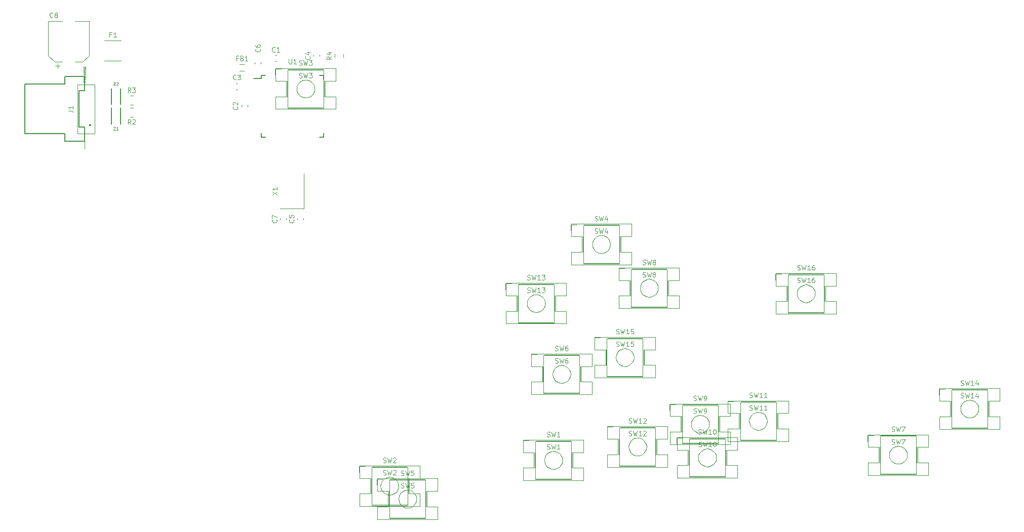
<source format=gbr>
%TF.GenerationSoftware,Flux,Pcbnew,7.0.11-7.0.11~ubuntu20.04.1*%
%TF.CreationDate,2024-08-18T14:12:48+00:00*%
%TF.ProjectId,input,696e7075-742e-46b6-9963-61645f706362,rev?*%
%TF.SameCoordinates,Original*%
%TF.FileFunction,Legend,Top*%
%TF.FilePolarity,Positive*%
%FSLAX46Y46*%
G04 Gerber Fmt 4.6, Leading zero omitted, Abs format (unit mm)*
G04 Filename: promicromacro*
G04 Build it with Flux! Visit our site at: https://www.flux.ai (PCBNEW 7.0.11-7.0.11~ubuntu20.04.1) date 2024-08-18 14:12:48*
%MOMM*%
%LPD*%
G01*
G04 APERTURE LIST*
%ADD10C,0.095000*%
%ADD11C,0.057000*%
%ADD12C,0.045667*%
%ADD13C,0.095323*%
%ADD14C,0.095200*%
%ADD15C,0.120000*%
%ADD16C,0.150000*%
%ADD17C,0.100000*%
%ADD18C,0.050000*%
%ADD19C,0.127000*%
%ADD20C,0.200000*%
%ADD21C,0.010000*%
G04 APERTURE END LIST*
D10*
X-10645244Y37063267D02*
X-10607149Y37025171D01*
X-10607149Y37025171D02*
X-10569053Y36910886D01*
X-10569053Y36910886D02*
X-10569053Y36834695D01*
X-10569053Y36834695D02*
X-10607149Y36720409D01*
X-10607149Y36720409D02*
X-10683339Y36644219D01*
X-10683339Y36644219D02*
X-10759529Y36606124D01*
X-10759529Y36606124D02*
X-10911910Y36568028D01*
X-10911910Y36568028D02*
X-11026196Y36568028D01*
X-11026196Y36568028D02*
X-11178577Y36606124D01*
X-11178577Y36606124D02*
X-11254768Y36644219D01*
X-11254768Y36644219D02*
X-11330958Y36720409D01*
X-11330958Y36720409D02*
X-11369053Y36834695D01*
X-11369053Y36834695D02*
X-11369053Y36910886D01*
X-11369053Y36910886D02*
X-11330958Y37025171D01*
X-11330958Y37025171D02*
X-11292863Y37063267D01*
X-11369053Y37748981D02*
X-11369053Y37596600D01*
X-11369053Y37596600D02*
X-11330958Y37520409D01*
X-11330958Y37520409D02*
X-11292863Y37482314D01*
X-11292863Y37482314D02*
X-11178577Y37406124D01*
X-11178577Y37406124D02*
X-11026196Y37368028D01*
X-11026196Y37368028D02*
X-10721434Y37368028D01*
X-10721434Y37368028D02*
X-10645244Y37406124D01*
X-10645244Y37406124D02*
X-10607149Y37444219D01*
X-10607149Y37444219D02*
X-10569053Y37520409D01*
X-10569053Y37520409D02*
X-10569053Y37672790D01*
X-10569053Y37672790D02*
X-10607149Y37748981D01*
X-10607149Y37748981D02*
X-10645244Y37787076D01*
X-10645244Y37787076D02*
X-10721434Y37825171D01*
X-10721434Y37825171D02*
X-10911910Y37825171D01*
X-10911910Y37825171D02*
X-10988101Y37787076D01*
X-10988101Y37787076D02*
X-11026196Y37748981D01*
X-11026196Y37748981D02*
X-11064291Y37672790D01*
X-11064291Y37672790D02*
X-11064291Y37520409D01*
X-11064291Y37520409D02*
X-11026196Y37444219D01*
X-11026196Y37444219D02*
X-10988101Y37406124D01*
X-10988101Y37406124D02*
X-10911910Y37368028D01*
X-2326135Y35826562D02*
X-2288040Y35788466D01*
X-2288040Y35788466D02*
X-2249944Y35674181D01*
X-2249944Y35674181D02*
X-2249944Y35597990D01*
X-2249944Y35597990D02*
X-2288040Y35483704D01*
X-2288040Y35483704D02*
X-2364230Y35407514D01*
X-2364230Y35407514D02*
X-2440420Y35369419D01*
X-2440420Y35369419D02*
X-2592801Y35331323D01*
X-2592801Y35331323D02*
X-2707087Y35331323D01*
X-2707087Y35331323D02*
X-2859468Y35369419D01*
X-2859468Y35369419D02*
X-2935659Y35407514D01*
X-2935659Y35407514D02*
X-3011849Y35483704D01*
X-3011849Y35483704D02*
X-3049944Y35597990D01*
X-3049944Y35597990D02*
X-3049944Y35674181D01*
X-3049944Y35674181D02*
X-3011849Y35788466D01*
X-3011849Y35788466D02*
X-2973754Y35826562D01*
X-2783278Y36512276D02*
X-2249944Y36512276D01*
X-3088040Y36321800D02*
X-2516611Y36131323D01*
X-2516611Y36131323D02*
X-2516611Y36626562D01*
X-8515244Y12652970D02*
X-7715244Y13186304D01*
X-8515244Y13186304D02*
X-7715244Y12652970D01*
X-7715244Y13910113D02*
X-7715244Y13452970D01*
X-7715244Y13681542D02*
X-8515244Y13681542D01*
X-8515244Y13681542D02*
X-8400959Y13605351D01*
X-8400959Y13605351D02*
X-8324768Y13529161D01*
X-8324768Y13529161D02*
X-8286673Y13452970D01*
X-7859335Y8503162D02*
X-7821240Y8465066D01*
X-7821240Y8465066D02*
X-7783144Y8350781D01*
X-7783144Y8350781D02*
X-7783144Y8274590D01*
X-7783144Y8274590D02*
X-7821240Y8160304D01*
X-7821240Y8160304D02*
X-7897430Y8084114D01*
X-7897430Y8084114D02*
X-7973620Y8046019D01*
X-7973620Y8046019D02*
X-8126001Y8007923D01*
X-8126001Y8007923D02*
X-8240287Y8007923D01*
X-8240287Y8007923D02*
X-8392668Y8046019D01*
X-8392668Y8046019D02*
X-8468859Y8084114D01*
X-8468859Y8084114D02*
X-8545049Y8160304D01*
X-8545049Y8160304D02*
X-8583144Y8274590D01*
X-8583144Y8274590D02*
X-8583144Y8350781D01*
X-8583144Y8350781D02*
X-8545049Y8465066D01*
X-8545049Y8465066D02*
X-8506954Y8503162D01*
X-8583144Y8769828D02*
X-8583144Y9303162D01*
X-8583144Y9303162D02*
X-7783144Y8960304D01*
D11*
X-35070163Y23997006D02*
X-34750163Y23997006D01*
X-34750163Y23997006D02*
X-35070163Y23517006D01*
X-35070163Y23517006D02*
X-34750163Y23517006D01*
X-34315877Y23517006D02*
X-34590163Y23517006D01*
X-34453020Y23517006D02*
X-34453020Y23997006D01*
X-34453020Y23997006D02*
X-34498734Y23928435D01*
X-34498734Y23928435D02*
X-34544449Y23882721D01*
X-34544449Y23882721D02*
X-34590163Y23859864D01*
D10*
X-5017435Y8510562D02*
X-4979340Y8472466D01*
X-4979340Y8472466D02*
X-4941244Y8358181D01*
X-4941244Y8358181D02*
X-4941244Y8281990D01*
X-4941244Y8281990D02*
X-4979340Y8167704D01*
X-4979340Y8167704D02*
X-5055530Y8091514D01*
X-5055530Y8091514D02*
X-5131720Y8053419D01*
X-5131720Y8053419D02*
X-5284101Y8015323D01*
X-5284101Y8015323D02*
X-5398387Y8015323D01*
X-5398387Y8015323D02*
X-5550768Y8053419D01*
X-5550768Y8053419D02*
X-5626959Y8091514D01*
X-5626959Y8091514D02*
X-5703149Y8167704D01*
X-5703149Y8167704D02*
X-5741244Y8281990D01*
X-5741244Y8281990D02*
X-5741244Y8358181D01*
X-5741244Y8358181D02*
X-5703149Y8472466D01*
X-5703149Y8472466D02*
X-5665054Y8510562D01*
X-5741244Y9234371D02*
X-5741244Y8853419D01*
X-5741244Y8853419D02*
X-5360292Y8815323D01*
X-5360292Y8815323D02*
X-5398387Y8853419D01*
X-5398387Y8853419D02*
X-5436482Y8929609D01*
X-5436482Y8929609D02*
X-5436482Y9120085D01*
X-5436482Y9120085D02*
X-5398387Y9196276D01*
X-5398387Y9196276D02*
X-5360292Y9234371D01*
X-5360292Y9234371D02*
X-5284101Y9272466D01*
X-5284101Y9272466D02*
X-5093625Y9272466D01*
X-5093625Y9272466D02*
X-5017435Y9234371D01*
X-5017435Y9234371D02*
X-4979340Y9196276D01*
X-4979340Y9196276D02*
X-4941244Y9120085D01*
X-4941244Y9120085D02*
X-4941244Y8929609D01*
X-4941244Y8929609D02*
X-4979340Y8853419D01*
X-4979340Y8853419D02*
X-5017435Y8815323D01*
X-14613828Y31990835D02*
X-14651924Y31952740D01*
X-14651924Y31952740D02*
X-14766209Y31914644D01*
X-14766209Y31914644D02*
X-14842400Y31914644D01*
X-14842400Y31914644D02*
X-14956686Y31952740D01*
X-14956686Y31952740D02*
X-15032876Y32028930D01*
X-15032876Y32028930D02*
X-15070971Y32105120D01*
X-15070971Y32105120D02*
X-15109067Y32257501D01*
X-15109067Y32257501D02*
X-15109067Y32371787D01*
X-15109067Y32371787D02*
X-15070971Y32524168D01*
X-15070971Y32524168D02*
X-15032876Y32600359D01*
X-15032876Y32600359D02*
X-14956686Y32676549D01*
X-14956686Y32676549D02*
X-14842400Y32714644D01*
X-14842400Y32714644D02*
X-14766209Y32714644D01*
X-14766209Y32714644D02*
X-14651924Y32676549D01*
X-14651924Y32676549D02*
X-14613828Y32638454D01*
X-14347162Y32714644D02*
X-13851924Y32714644D01*
X-13851924Y32714644D02*
X-14118590Y32409882D01*
X-14118590Y32409882D02*
X-14004305Y32409882D01*
X-14004305Y32409882D02*
X-13928114Y32371787D01*
X-13928114Y32371787D02*
X-13890019Y32333692D01*
X-13890019Y32333692D02*
X-13851924Y32257501D01*
X-13851924Y32257501D02*
X-13851924Y32067025D01*
X-13851924Y32067025D02*
X-13890019Y31990835D01*
X-13890019Y31990835D02*
X-13928114Y31952740D01*
X-13928114Y31952740D02*
X-14004305Y31914644D01*
X-14004305Y31914644D02*
X-14232876Y31914644D01*
X-14232876Y31914644D02*
X-14309067Y31952740D01*
X-14309067Y31952740D02*
X-14347162Y31990835D01*
X-14403235Y27414165D02*
X-14365140Y27376069D01*
X-14365140Y27376069D02*
X-14327044Y27261784D01*
X-14327044Y27261784D02*
X-14327044Y27185593D01*
X-14327044Y27185593D02*
X-14365140Y27071307D01*
X-14365140Y27071307D02*
X-14441330Y26995117D01*
X-14441330Y26995117D02*
X-14517520Y26957022D01*
X-14517520Y26957022D02*
X-14669901Y26918926D01*
X-14669901Y26918926D02*
X-14784187Y26918926D01*
X-14784187Y26918926D02*
X-14936568Y26957022D01*
X-14936568Y26957022D02*
X-15012759Y26995117D01*
X-15012759Y26995117D02*
X-15088949Y27071307D01*
X-15088949Y27071307D02*
X-15127044Y27185593D01*
X-15127044Y27185593D02*
X-15127044Y27261784D01*
X-15127044Y27261784D02*
X-15088949Y27376069D01*
X-15088949Y27376069D02*
X-15050854Y27414165D01*
X-15050854Y27718926D02*
X-15088949Y27757022D01*
X-15088949Y27757022D02*
X-15127044Y27833212D01*
X-15127044Y27833212D02*
X-15127044Y28023688D01*
X-15127044Y28023688D02*
X-15088949Y28099879D01*
X-15088949Y28099879D02*
X-15050854Y28137974D01*
X-15050854Y28137974D02*
X-14974663Y28176069D01*
X-14974663Y28176069D02*
X-14898473Y28176069D01*
X-14898473Y28176069D02*
X-14784187Y28137974D01*
X-14784187Y28137974D02*
X-14327044Y27680831D01*
X-14327044Y27680831D02*
X-14327044Y28176069D01*
X-14290666Y35520492D02*
X-14557332Y35520492D01*
X-14557332Y35101444D02*
X-14557332Y35901444D01*
X-14557332Y35901444D02*
X-14176380Y35901444D01*
X-13604952Y35520492D02*
X-13490666Y35482397D01*
X-13490666Y35482397D02*
X-13452571Y35444301D01*
X-13452571Y35444301D02*
X-13414475Y35368111D01*
X-13414475Y35368111D02*
X-13414475Y35253825D01*
X-13414475Y35253825D02*
X-13452571Y35177635D01*
X-13452571Y35177635D02*
X-13490666Y35139540D01*
X-13490666Y35139540D02*
X-13566856Y35101444D01*
X-13566856Y35101444D02*
X-13871618Y35101444D01*
X-13871618Y35101444D02*
X-13871618Y35901444D01*
X-13871618Y35901444D02*
X-13604952Y35901444D01*
X-13604952Y35901444D02*
X-13528761Y35863349D01*
X-13528761Y35863349D02*
X-13490666Y35825254D01*
X-13490666Y35825254D02*
X-13452571Y35749063D01*
X-13452571Y35749063D02*
X-13452571Y35672873D01*
X-13452571Y35672873D02*
X-13490666Y35596682D01*
X-13490666Y35596682D02*
X-13528761Y35558587D01*
X-13528761Y35558587D02*
X-13604952Y35520492D01*
X-13604952Y35520492D02*
X-13871618Y35520492D01*
X-12652571Y35101444D02*
X-13109714Y35101444D01*
X-12881142Y35101444D02*
X-12881142Y35901444D01*
X-12881142Y35901444D02*
X-12957333Y35787159D01*
X-12957333Y35787159D02*
X-13033523Y35710968D01*
X-13033523Y35710968D02*
X-13109714Y35672873D01*
D11*
X-35070173Y31475606D02*
X-34750173Y31475606D01*
X-34750173Y31475606D02*
X-35070173Y30995606D01*
X-35070173Y30995606D02*
X-34750173Y30995606D01*
X-34590173Y31429892D02*
X-34567316Y31452749D01*
X-34567316Y31452749D02*
X-34521602Y31475606D01*
X-34521602Y31475606D02*
X-34407316Y31475606D01*
X-34407316Y31475606D02*
X-34361602Y31452749D01*
X-34361602Y31452749D02*
X-34338744Y31429892D01*
X-34338744Y31429892D02*
X-34315887Y31384178D01*
X-34315887Y31384178D02*
X-34315887Y31338464D01*
X-34315887Y31338464D02*
X-34338744Y31269892D01*
X-34338744Y31269892D02*
X-34613030Y30995606D01*
X-34613030Y30995606D02*
X-34315887Y30995606D01*
D10*
X-5785423Y35366344D02*
X-5785423Y34718725D01*
X-5785423Y34718725D02*
X-5747328Y34642535D01*
X-5747328Y34642535D02*
X-5709233Y34604440D01*
X-5709233Y34604440D02*
X-5633042Y34566344D01*
X-5633042Y34566344D02*
X-5480661Y34566344D01*
X-5480661Y34566344D02*
X-5404471Y34604440D01*
X-5404471Y34604440D02*
X-5366376Y34642535D01*
X-5366376Y34642535D02*
X-5328280Y34718725D01*
X-5328280Y34718725D02*
X-5328280Y35366344D01*
X-4528281Y34566344D02*
X-4985424Y34566344D01*
X-4756852Y34566344D02*
X-4756852Y35366344D01*
X-4756852Y35366344D02*
X-4833043Y35252059D01*
X-4833043Y35252059D02*
X-4909233Y35175868D01*
X-4909233Y35175868D02*
X-4985424Y35137773D01*
X-8088832Y36638135D02*
X-8126928Y36600040D01*
X-8126928Y36600040D02*
X-8241213Y36561944D01*
X-8241213Y36561944D02*
X-8317404Y36561944D01*
X-8317404Y36561944D02*
X-8431690Y36600040D01*
X-8431690Y36600040D02*
X-8507880Y36676230D01*
X-8507880Y36676230D02*
X-8545975Y36752420D01*
X-8545975Y36752420D02*
X-8584071Y36904801D01*
X-8584071Y36904801D02*
X-8584071Y37019087D01*
X-8584071Y37019087D02*
X-8545975Y37171468D01*
X-8545975Y37171468D02*
X-8507880Y37247659D01*
X-8507880Y37247659D02*
X-8431690Y37323849D01*
X-8431690Y37323849D02*
X-8317404Y37361944D01*
X-8317404Y37361944D02*
X-8241213Y37361944D01*
X-8241213Y37361944D02*
X-8126928Y37323849D01*
X-8126928Y37323849D02*
X-8088832Y37285754D01*
X-7326928Y36561944D02*
X-7784071Y36561944D01*
X-7555499Y36561944D02*
X-7555499Y37361944D01*
X-7555499Y37361944D02*
X-7631690Y37247659D01*
X-7631690Y37247659D02*
X-7707880Y37171468D01*
X-7707880Y37171468D02*
X-7784071Y37133373D01*
X-35468259Y39450492D02*
X-35734925Y39450492D01*
X-35734925Y39031444D02*
X-35734925Y39831444D01*
X-35734925Y39831444D02*
X-35353973Y39831444D01*
X-34630164Y39031444D02*
X-35087307Y39031444D01*
X-34858735Y39031444D02*
X-34858735Y39831444D01*
X-34858735Y39831444D02*
X-34934926Y39717159D01*
X-34934926Y39717159D02*
X-35011116Y39640968D01*
X-35011116Y39640968D02*
X-35087307Y39602873D01*
X-32195032Y24485644D02*
X-32461699Y24866597D01*
X-32652175Y24485644D02*
X-32652175Y25285644D01*
X-32652175Y25285644D02*
X-32347413Y25285644D01*
X-32347413Y25285644D02*
X-32271223Y25247549D01*
X-32271223Y25247549D02*
X-32233128Y25209454D01*
X-32233128Y25209454D02*
X-32195032Y25133263D01*
X-32195032Y25133263D02*
X-32195032Y25018978D01*
X-32195032Y25018978D02*
X-32233128Y24942787D01*
X-32233128Y24942787D02*
X-32271223Y24904692D01*
X-32271223Y24904692D02*
X-32347413Y24866597D01*
X-32347413Y24866597D02*
X-32652175Y24866597D01*
X-31890271Y25209454D02*
X-31852175Y25247549D01*
X-31852175Y25247549D02*
X-31775985Y25285644D01*
X-31775985Y25285644D02*
X-31585509Y25285644D01*
X-31585509Y25285644D02*
X-31509318Y25247549D01*
X-31509318Y25247549D02*
X-31471223Y25209454D01*
X-31471223Y25209454D02*
X-31433128Y25133263D01*
X-31433128Y25133263D02*
X-31433128Y25057073D01*
X-31433128Y25057073D02*
X-31471223Y24942787D01*
X-31471223Y24942787D02*
X-31928366Y24485644D01*
X-31928366Y24485644D02*
X-31433128Y24485644D01*
X-45231148Y42396926D02*
X-45269244Y42358831D01*
X-45269244Y42358831D02*
X-45383529Y42320735D01*
X-45383529Y42320735D02*
X-45459720Y42320735D01*
X-45459720Y42320735D02*
X-45574006Y42358831D01*
X-45574006Y42358831D02*
X-45650196Y42435021D01*
X-45650196Y42435021D02*
X-45688291Y42511211D01*
X-45688291Y42511211D02*
X-45726387Y42663592D01*
X-45726387Y42663592D02*
X-45726387Y42777878D01*
X-45726387Y42777878D02*
X-45688291Y42930259D01*
X-45688291Y42930259D02*
X-45650196Y43006450D01*
X-45650196Y43006450D02*
X-45574006Y43082640D01*
X-45574006Y43082640D02*
X-45459720Y43120735D01*
X-45459720Y43120735D02*
X-45383529Y43120735D01*
X-45383529Y43120735D02*
X-45269244Y43082640D01*
X-45269244Y43082640D02*
X-45231148Y43044545D01*
X-44774006Y42777878D02*
X-44850196Y42815973D01*
X-44850196Y42815973D02*
X-44888291Y42854069D01*
X-44888291Y42854069D02*
X-44926387Y42930259D01*
X-44926387Y42930259D02*
X-44926387Y42968354D01*
X-44926387Y42968354D02*
X-44888291Y43044545D01*
X-44888291Y43044545D02*
X-44850196Y43082640D01*
X-44850196Y43082640D02*
X-44774006Y43120735D01*
X-44774006Y43120735D02*
X-44621625Y43120735D01*
X-44621625Y43120735D02*
X-44545434Y43082640D01*
X-44545434Y43082640D02*
X-44507339Y43044545D01*
X-44507339Y43044545D02*
X-44469244Y42968354D01*
X-44469244Y42968354D02*
X-44469244Y42930259D01*
X-44469244Y42930259D02*
X-44507339Y42854069D01*
X-44507339Y42854069D02*
X-44545434Y42815973D01*
X-44545434Y42815973D02*
X-44621625Y42777878D01*
X-44621625Y42777878D02*
X-44774006Y42777878D01*
X-44774006Y42777878D02*
X-44850196Y42739783D01*
X-44850196Y42739783D02*
X-44888291Y42701688D01*
X-44888291Y42701688D02*
X-44926387Y42625497D01*
X-44926387Y42625497D02*
X-44926387Y42473116D01*
X-44926387Y42473116D02*
X-44888291Y42396926D01*
X-44888291Y42396926D02*
X-44850196Y42358831D01*
X-44850196Y42358831D02*
X-44774006Y42320735D01*
X-44774006Y42320735D02*
X-44621625Y42320735D01*
X-44621625Y42320735D02*
X-44545434Y42358831D01*
X-44545434Y42358831D02*
X-44507339Y42396926D01*
X-44507339Y42396926D02*
X-44469244Y42473116D01*
X-44469244Y42473116D02*
X-44469244Y42625497D01*
X-44469244Y42625497D02*
X-44507339Y42701688D01*
X-44507339Y42701688D02*
X-44545434Y42739783D01*
X-44545434Y42739783D02*
X-44621625Y42777878D01*
X1344855Y35785961D02*
X963902Y35519294D01*
X1344855Y35328818D02*
X544855Y35328818D01*
X544855Y35328818D02*
X544855Y35633580D01*
X544855Y35633580D02*
X582950Y35709770D01*
X582950Y35709770D02*
X621045Y35747865D01*
X621045Y35747865D02*
X697236Y35785961D01*
X697236Y35785961D02*
X811521Y35785961D01*
X811521Y35785961D02*
X887712Y35747865D01*
X887712Y35747865D02*
X925807Y35709770D01*
X925807Y35709770D02*
X963902Y35633580D01*
X963902Y35633580D02*
X963902Y35328818D01*
X811521Y36471675D02*
X1344855Y36471675D01*
X506760Y36281199D02*
X1078188Y36090722D01*
X1078188Y36090722D02*
X1078188Y36585961D01*
X-32195032Y29770744D02*
X-32461699Y30151697D01*
X-32652175Y29770744D02*
X-32652175Y30570744D01*
X-32652175Y30570744D02*
X-32347413Y30570744D01*
X-32347413Y30570744D02*
X-32271223Y30532649D01*
X-32271223Y30532649D02*
X-32233128Y30494554D01*
X-32233128Y30494554D02*
X-32195032Y30418363D01*
X-32195032Y30418363D02*
X-32195032Y30304078D01*
X-32195032Y30304078D02*
X-32233128Y30227887D01*
X-32233128Y30227887D02*
X-32271223Y30189792D01*
X-32271223Y30189792D02*
X-32347413Y30151697D01*
X-32347413Y30151697D02*
X-32652175Y30151697D01*
X-31928366Y30570744D02*
X-31433128Y30570744D01*
X-31433128Y30570744D02*
X-31699794Y30265982D01*
X-31699794Y30265982D02*
X-31585509Y30265982D01*
X-31585509Y30265982D02*
X-31509318Y30227887D01*
X-31509318Y30227887D02*
X-31471223Y30189792D01*
X-31471223Y30189792D02*
X-31433128Y30113601D01*
X-31433128Y30113601D02*
X-31433128Y29923125D01*
X-31433128Y29923125D02*
X-31471223Y29846935D01*
X-31471223Y29846935D02*
X-31509318Y29808840D01*
X-31509318Y29808840D02*
X-31585509Y29770744D01*
X-31585509Y29770744D02*
X-31814080Y29770744D01*
X-31814080Y29770744D02*
X-31890271Y29808840D01*
X-31890271Y29808840D02*
X-31928366Y29846935D01*
X37391832Y-29843260D02*
X37506118Y-29881355D01*
X37506118Y-29881355D02*
X37696594Y-29881355D01*
X37696594Y-29881355D02*
X37772785Y-29843260D01*
X37772785Y-29843260D02*
X37810880Y-29805164D01*
X37810880Y-29805164D02*
X37848975Y-29728974D01*
X37848975Y-29728974D02*
X37848975Y-29652783D01*
X37848975Y-29652783D02*
X37810880Y-29576593D01*
X37810880Y-29576593D02*
X37772785Y-29538498D01*
X37772785Y-29538498D02*
X37696594Y-29500402D01*
X37696594Y-29500402D02*
X37544213Y-29462307D01*
X37544213Y-29462307D02*
X37468023Y-29424212D01*
X37468023Y-29424212D02*
X37429928Y-29386117D01*
X37429928Y-29386117D02*
X37391832Y-29309926D01*
X37391832Y-29309926D02*
X37391832Y-29233736D01*
X37391832Y-29233736D02*
X37429928Y-29157545D01*
X37429928Y-29157545D02*
X37468023Y-29119450D01*
X37468023Y-29119450D02*
X37544213Y-29081355D01*
X37544213Y-29081355D02*
X37734690Y-29081355D01*
X37734690Y-29081355D02*
X37848975Y-29119450D01*
X38115642Y-29081355D02*
X38306118Y-29881355D01*
X38306118Y-29881355D02*
X38458499Y-29309926D01*
X38458499Y-29309926D02*
X38610880Y-29881355D01*
X38610880Y-29881355D02*
X38801357Y-29081355D01*
X39525166Y-29881355D02*
X39068023Y-29881355D01*
X39296595Y-29881355D02*
X39296595Y-29081355D01*
X39296595Y-29081355D02*
X39220404Y-29195640D01*
X39220404Y-29195640D02*
X39144214Y-29271831D01*
X39144214Y-29271831D02*
X39068023Y-29309926D01*
X37391832Y-27743260D02*
X37506118Y-27781355D01*
X37506118Y-27781355D02*
X37696594Y-27781355D01*
X37696594Y-27781355D02*
X37772785Y-27743260D01*
X37772785Y-27743260D02*
X37810880Y-27705164D01*
X37810880Y-27705164D02*
X37848975Y-27628974D01*
X37848975Y-27628974D02*
X37848975Y-27552783D01*
X37848975Y-27552783D02*
X37810880Y-27476593D01*
X37810880Y-27476593D02*
X37772785Y-27438498D01*
X37772785Y-27438498D02*
X37696594Y-27400402D01*
X37696594Y-27400402D02*
X37544213Y-27362307D01*
X37544213Y-27362307D02*
X37468023Y-27324212D01*
X37468023Y-27324212D02*
X37429928Y-27286117D01*
X37429928Y-27286117D02*
X37391832Y-27209926D01*
X37391832Y-27209926D02*
X37391832Y-27133736D01*
X37391832Y-27133736D02*
X37429928Y-27057545D01*
X37429928Y-27057545D02*
X37468023Y-27019450D01*
X37468023Y-27019450D02*
X37544213Y-26981355D01*
X37544213Y-26981355D02*
X37734690Y-26981355D01*
X37734690Y-26981355D02*
X37848975Y-27019450D01*
X38115642Y-26981355D02*
X38306118Y-27781355D01*
X38306118Y-27781355D02*
X38458499Y-27209926D01*
X38458499Y-27209926D02*
X38610880Y-27781355D01*
X38610880Y-27781355D02*
X38801357Y-26981355D01*
X39525166Y-27781355D02*
X39068023Y-27781355D01*
X39296595Y-27781355D02*
X39296595Y-26981355D01*
X39296595Y-26981355D02*
X39220404Y-27095640D01*
X39220404Y-27095640D02*
X39144214Y-27171831D01*
X39144214Y-27171831D02*
X39068023Y-27209926D01*
X9993932Y-34173660D02*
X10108218Y-34211755D01*
X10108218Y-34211755D02*
X10298694Y-34211755D01*
X10298694Y-34211755D02*
X10374885Y-34173660D01*
X10374885Y-34173660D02*
X10412980Y-34135564D01*
X10412980Y-34135564D02*
X10451075Y-34059374D01*
X10451075Y-34059374D02*
X10451075Y-33983183D01*
X10451075Y-33983183D02*
X10412980Y-33906993D01*
X10412980Y-33906993D02*
X10374885Y-33868898D01*
X10374885Y-33868898D02*
X10298694Y-33830802D01*
X10298694Y-33830802D02*
X10146313Y-33792707D01*
X10146313Y-33792707D02*
X10070123Y-33754612D01*
X10070123Y-33754612D02*
X10032028Y-33716517D01*
X10032028Y-33716517D02*
X9993932Y-33640326D01*
X9993932Y-33640326D02*
X9993932Y-33564136D01*
X9993932Y-33564136D02*
X10032028Y-33487945D01*
X10032028Y-33487945D02*
X10070123Y-33449850D01*
X10070123Y-33449850D02*
X10146313Y-33411755D01*
X10146313Y-33411755D02*
X10336790Y-33411755D01*
X10336790Y-33411755D02*
X10451075Y-33449850D01*
X10717742Y-33411755D02*
X10908218Y-34211755D01*
X10908218Y-34211755D02*
X11060599Y-33640326D01*
X11060599Y-33640326D02*
X11212980Y-34211755D01*
X11212980Y-34211755D02*
X11403457Y-33411755D01*
X11670123Y-33487945D02*
X11708219Y-33449850D01*
X11708219Y-33449850D02*
X11784409Y-33411755D01*
X11784409Y-33411755D02*
X11974885Y-33411755D01*
X11974885Y-33411755D02*
X12051076Y-33449850D01*
X12051076Y-33449850D02*
X12089171Y-33487945D01*
X12089171Y-33487945D02*
X12127266Y-33564136D01*
X12127266Y-33564136D02*
X12127266Y-33640326D01*
X12127266Y-33640326D02*
X12089171Y-33754612D01*
X12089171Y-33754612D02*
X11632028Y-34211755D01*
X11632028Y-34211755D02*
X12127266Y-34211755D01*
X9993932Y-32073660D02*
X10108218Y-32111755D01*
X10108218Y-32111755D02*
X10298694Y-32111755D01*
X10298694Y-32111755D02*
X10374885Y-32073660D01*
X10374885Y-32073660D02*
X10412980Y-32035564D01*
X10412980Y-32035564D02*
X10451075Y-31959374D01*
X10451075Y-31959374D02*
X10451075Y-31883183D01*
X10451075Y-31883183D02*
X10412980Y-31806993D01*
X10412980Y-31806993D02*
X10374885Y-31768898D01*
X10374885Y-31768898D02*
X10298694Y-31730802D01*
X10298694Y-31730802D02*
X10146313Y-31692707D01*
X10146313Y-31692707D02*
X10070123Y-31654612D01*
X10070123Y-31654612D02*
X10032028Y-31616517D01*
X10032028Y-31616517D02*
X9993932Y-31540326D01*
X9993932Y-31540326D02*
X9993932Y-31464136D01*
X9993932Y-31464136D02*
X10032028Y-31387945D01*
X10032028Y-31387945D02*
X10070123Y-31349850D01*
X10070123Y-31349850D02*
X10146313Y-31311755D01*
X10146313Y-31311755D02*
X10336790Y-31311755D01*
X10336790Y-31311755D02*
X10451075Y-31349850D01*
X10717742Y-31311755D02*
X10908218Y-32111755D01*
X10908218Y-32111755D02*
X11060599Y-31540326D01*
X11060599Y-31540326D02*
X11212980Y-32111755D01*
X11212980Y-32111755D02*
X11403457Y-31311755D01*
X11670123Y-31387945D02*
X11708219Y-31349850D01*
X11708219Y-31349850D02*
X11784409Y-31311755D01*
X11784409Y-31311755D02*
X11974885Y-31311755D01*
X11974885Y-31311755D02*
X12051076Y-31349850D01*
X12051076Y-31349850D02*
X12089171Y-31387945D01*
X12089171Y-31387945D02*
X12127266Y-31464136D01*
X12127266Y-31464136D02*
X12127266Y-31540326D01*
X12127266Y-31540326D02*
X12089171Y-31654612D01*
X12089171Y-31654612D02*
X11632028Y-32111755D01*
X11632028Y-32111755D02*
X12127266Y-32111755D01*
X-4042367Y32281340D02*
X-3928081Y32243244D01*
X-3928081Y32243244D02*
X-3737605Y32243244D01*
X-3737605Y32243244D02*
X-3661414Y32281340D01*
X-3661414Y32281340D02*
X-3623319Y32319435D01*
X-3623319Y32319435D02*
X-3585224Y32395625D01*
X-3585224Y32395625D02*
X-3585224Y32471816D01*
X-3585224Y32471816D02*
X-3623319Y32548006D01*
X-3623319Y32548006D02*
X-3661414Y32586101D01*
X-3661414Y32586101D02*
X-3737605Y32624197D01*
X-3737605Y32624197D02*
X-3889986Y32662292D01*
X-3889986Y32662292D02*
X-3966176Y32700387D01*
X-3966176Y32700387D02*
X-4004271Y32738482D01*
X-4004271Y32738482D02*
X-4042367Y32814673D01*
X-4042367Y32814673D02*
X-4042367Y32890863D01*
X-4042367Y32890863D02*
X-4004271Y32967054D01*
X-4004271Y32967054D02*
X-3966176Y33005149D01*
X-3966176Y33005149D02*
X-3889986Y33043244D01*
X-3889986Y33043244D02*
X-3699509Y33043244D01*
X-3699509Y33043244D02*
X-3585224Y33005149D01*
X-3318557Y33043244D02*
X-3128081Y32243244D01*
X-3128081Y32243244D02*
X-2975700Y32814673D01*
X-2975700Y32814673D02*
X-2823319Y32243244D01*
X-2823319Y32243244D02*
X-2632843Y33043244D01*
X-2404271Y33043244D02*
X-1909033Y33043244D01*
X-1909033Y33043244D02*
X-2175699Y32738482D01*
X-2175699Y32738482D02*
X-2061414Y32738482D01*
X-2061414Y32738482D02*
X-1985223Y32700387D01*
X-1985223Y32700387D02*
X-1947128Y32662292D01*
X-1947128Y32662292D02*
X-1909033Y32586101D01*
X-1909033Y32586101D02*
X-1909033Y32395625D01*
X-1909033Y32395625D02*
X-1947128Y32319435D01*
X-1947128Y32319435D02*
X-1985223Y32281340D01*
X-1985223Y32281340D02*
X-2061414Y32243244D01*
X-2061414Y32243244D02*
X-2289985Y32243244D01*
X-2289985Y32243244D02*
X-2366176Y32281340D01*
X-2366176Y32281340D02*
X-2404271Y32319435D01*
X-4042367Y34381340D02*
X-3928081Y34343244D01*
X-3928081Y34343244D02*
X-3737605Y34343244D01*
X-3737605Y34343244D02*
X-3661414Y34381340D01*
X-3661414Y34381340D02*
X-3623319Y34419435D01*
X-3623319Y34419435D02*
X-3585224Y34495625D01*
X-3585224Y34495625D02*
X-3585224Y34571816D01*
X-3585224Y34571816D02*
X-3623319Y34648006D01*
X-3623319Y34648006D02*
X-3661414Y34686101D01*
X-3661414Y34686101D02*
X-3737605Y34724197D01*
X-3737605Y34724197D02*
X-3889986Y34762292D01*
X-3889986Y34762292D02*
X-3966176Y34800387D01*
X-3966176Y34800387D02*
X-4004271Y34838482D01*
X-4004271Y34838482D02*
X-4042367Y34914673D01*
X-4042367Y34914673D02*
X-4042367Y34990863D01*
X-4042367Y34990863D02*
X-4004271Y35067054D01*
X-4004271Y35067054D02*
X-3966176Y35105149D01*
X-3966176Y35105149D02*
X-3889986Y35143244D01*
X-3889986Y35143244D02*
X-3699509Y35143244D01*
X-3699509Y35143244D02*
X-3585224Y35105149D01*
X-3318557Y35143244D02*
X-3128081Y34343244D01*
X-3128081Y34343244D02*
X-2975700Y34914673D01*
X-2975700Y34914673D02*
X-2823319Y34343244D01*
X-2823319Y34343244D02*
X-2632843Y35143244D01*
X-2404271Y35143244D02*
X-1909033Y35143244D01*
X-1909033Y35143244D02*
X-2175699Y34838482D01*
X-2175699Y34838482D02*
X-2061414Y34838482D01*
X-2061414Y34838482D02*
X-1985223Y34800387D01*
X-1985223Y34800387D02*
X-1947128Y34762292D01*
X-1947128Y34762292D02*
X-1909033Y34686101D01*
X-1909033Y34686101D02*
X-1909033Y34495625D01*
X-1909033Y34495625D02*
X-1947128Y34419435D01*
X-1947128Y34419435D02*
X-1985223Y34381340D01*
X-1985223Y34381340D02*
X-2061414Y34343244D01*
X-2061414Y34343244D02*
X-2289985Y34343244D01*
X-2289985Y34343244D02*
X-2366176Y34381340D01*
X-2366176Y34381340D02*
X-2404271Y34419435D01*
X45391832Y6259040D02*
X45506118Y6220944D01*
X45506118Y6220944D02*
X45696594Y6220944D01*
X45696594Y6220944D02*
X45772785Y6259040D01*
X45772785Y6259040D02*
X45810880Y6297135D01*
X45810880Y6297135D02*
X45848975Y6373325D01*
X45848975Y6373325D02*
X45848975Y6449516D01*
X45848975Y6449516D02*
X45810880Y6525706D01*
X45810880Y6525706D02*
X45772785Y6563801D01*
X45772785Y6563801D02*
X45696594Y6601897D01*
X45696594Y6601897D02*
X45544213Y6639992D01*
X45544213Y6639992D02*
X45468023Y6678087D01*
X45468023Y6678087D02*
X45429928Y6716182D01*
X45429928Y6716182D02*
X45391832Y6792373D01*
X45391832Y6792373D02*
X45391832Y6868563D01*
X45391832Y6868563D02*
X45429928Y6944754D01*
X45429928Y6944754D02*
X45468023Y6982849D01*
X45468023Y6982849D02*
X45544213Y7020944D01*
X45544213Y7020944D02*
X45734690Y7020944D01*
X45734690Y7020944D02*
X45848975Y6982849D01*
X46115642Y7020944D02*
X46306118Y6220944D01*
X46306118Y6220944D02*
X46458499Y6792373D01*
X46458499Y6792373D02*
X46610880Y6220944D01*
X46610880Y6220944D02*
X46801357Y7020944D01*
X47448976Y6754278D02*
X47448976Y6220944D01*
X47258500Y7059040D02*
X47068023Y6487611D01*
X47068023Y6487611D02*
X47563262Y6487611D01*
X45391832Y8359040D02*
X45506118Y8320944D01*
X45506118Y8320944D02*
X45696594Y8320944D01*
X45696594Y8320944D02*
X45772785Y8359040D01*
X45772785Y8359040D02*
X45810880Y8397135D01*
X45810880Y8397135D02*
X45848975Y8473325D01*
X45848975Y8473325D02*
X45848975Y8549516D01*
X45848975Y8549516D02*
X45810880Y8625706D01*
X45810880Y8625706D02*
X45772785Y8663801D01*
X45772785Y8663801D02*
X45696594Y8701897D01*
X45696594Y8701897D02*
X45544213Y8739992D01*
X45544213Y8739992D02*
X45468023Y8778087D01*
X45468023Y8778087D02*
X45429928Y8816182D01*
X45429928Y8816182D02*
X45391832Y8892373D01*
X45391832Y8892373D02*
X45391832Y8968563D01*
X45391832Y8968563D02*
X45429928Y9044754D01*
X45429928Y9044754D02*
X45468023Y9082849D01*
X45468023Y9082849D02*
X45544213Y9120944D01*
X45544213Y9120944D02*
X45734690Y9120944D01*
X45734690Y9120944D02*
X45848975Y9082849D01*
X46115642Y9120944D02*
X46306118Y8320944D01*
X46306118Y8320944D02*
X46458499Y8892373D01*
X46458499Y8892373D02*
X46610880Y8320944D01*
X46610880Y8320944D02*
X46801357Y9120944D01*
X47448976Y8854278D02*
X47448976Y8320944D01*
X47258500Y9159040D02*
X47068023Y8587611D01*
X47068023Y8587611D02*
X47563262Y8587611D01*
X13000032Y-36321460D02*
X13114318Y-36359555D01*
X13114318Y-36359555D02*
X13304794Y-36359555D01*
X13304794Y-36359555D02*
X13380985Y-36321460D01*
X13380985Y-36321460D02*
X13419080Y-36283364D01*
X13419080Y-36283364D02*
X13457175Y-36207174D01*
X13457175Y-36207174D02*
X13457175Y-36130983D01*
X13457175Y-36130983D02*
X13419080Y-36054793D01*
X13419080Y-36054793D02*
X13380985Y-36016698D01*
X13380985Y-36016698D02*
X13304794Y-35978602D01*
X13304794Y-35978602D02*
X13152413Y-35940507D01*
X13152413Y-35940507D02*
X13076223Y-35902412D01*
X13076223Y-35902412D02*
X13038128Y-35864317D01*
X13038128Y-35864317D02*
X13000032Y-35788126D01*
X13000032Y-35788126D02*
X13000032Y-35711936D01*
X13000032Y-35711936D02*
X13038128Y-35635745D01*
X13038128Y-35635745D02*
X13076223Y-35597650D01*
X13076223Y-35597650D02*
X13152413Y-35559555D01*
X13152413Y-35559555D02*
X13342890Y-35559555D01*
X13342890Y-35559555D02*
X13457175Y-35597650D01*
X13723842Y-35559555D02*
X13914318Y-36359555D01*
X13914318Y-36359555D02*
X14066699Y-35788126D01*
X14066699Y-35788126D02*
X14219080Y-36359555D01*
X14219080Y-36359555D02*
X14409557Y-35559555D01*
X15095271Y-35559555D02*
X14714319Y-35559555D01*
X14714319Y-35559555D02*
X14676223Y-35940507D01*
X14676223Y-35940507D02*
X14714319Y-35902412D01*
X14714319Y-35902412D02*
X14790509Y-35864317D01*
X14790509Y-35864317D02*
X14980985Y-35864317D01*
X14980985Y-35864317D02*
X15057176Y-35902412D01*
X15057176Y-35902412D02*
X15095271Y-35940507D01*
X15095271Y-35940507D02*
X15133366Y-36016698D01*
X15133366Y-36016698D02*
X15133366Y-36207174D01*
X15133366Y-36207174D02*
X15095271Y-36283364D01*
X15095271Y-36283364D02*
X15057176Y-36321460D01*
X15057176Y-36321460D02*
X14980985Y-36359555D01*
X14980985Y-36359555D02*
X14790509Y-36359555D01*
X14790509Y-36359555D02*
X14714319Y-36321460D01*
X14714319Y-36321460D02*
X14676223Y-36283364D01*
X13000032Y-34221460D02*
X13114318Y-34259555D01*
X13114318Y-34259555D02*
X13304794Y-34259555D01*
X13304794Y-34259555D02*
X13380985Y-34221460D01*
X13380985Y-34221460D02*
X13419080Y-34183364D01*
X13419080Y-34183364D02*
X13457175Y-34107174D01*
X13457175Y-34107174D02*
X13457175Y-34030983D01*
X13457175Y-34030983D02*
X13419080Y-33954793D01*
X13419080Y-33954793D02*
X13380985Y-33916698D01*
X13380985Y-33916698D02*
X13304794Y-33878602D01*
X13304794Y-33878602D02*
X13152413Y-33840507D01*
X13152413Y-33840507D02*
X13076223Y-33802412D01*
X13076223Y-33802412D02*
X13038128Y-33764317D01*
X13038128Y-33764317D02*
X13000032Y-33688126D01*
X13000032Y-33688126D02*
X13000032Y-33611936D01*
X13000032Y-33611936D02*
X13038128Y-33535745D01*
X13038128Y-33535745D02*
X13076223Y-33497650D01*
X13076223Y-33497650D02*
X13152413Y-33459555D01*
X13152413Y-33459555D02*
X13342890Y-33459555D01*
X13342890Y-33459555D02*
X13457175Y-33497650D01*
X13723842Y-33459555D02*
X13914318Y-34259555D01*
X13914318Y-34259555D02*
X14066699Y-33688126D01*
X14066699Y-33688126D02*
X14219080Y-34259555D01*
X14219080Y-34259555D02*
X14409557Y-33459555D01*
X15095271Y-33459555D02*
X14714319Y-33459555D01*
X14714319Y-33459555D02*
X14676223Y-33840507D01*
X14676223Y-33840507D02*
X14714319Y-33802412D01*
X14714319Y-33802412D02*
X14790509Y-33764317D01*
X14790509Y-33764317D02*
X14980985Y-33764317D01*
X14980985Y-33764317D02*
X15057176Y-33802412D01*
X15057176Y-33802412D02*
X15095271Y-33840507D01*
X15095271Y-33840507D02*
X15133366Y-33916698D01*
X15133366Y-33916698D02*
X15133366Y-34107174D01*
X15133366Y-34107174D02*
X15095271Y-34183364D01*
X15095271Y-34183364D02*
X15057176Y-34221460D01*
X15057176Y-34221460D02*
X14980985Y-34259555D01*
X14980985Y-34259555D02*
X14790509Y-34259555D01*
X14790509Y-34259555D02*
X14714319Y-34221460D01*
X14714319Y-34221460D02*
X14676223Y-34183364D01*
X38755832Y-15456460D02*
X38870118Y-15494555D01*
X38870118Y-15494555D02*
X39060594Y-15494555D01*
X39060594Y-15494555D02*
X39136785Y-15456460D01*
X39136785Y-15456460D02*
X39174880Y-15418364D01*
X39174880Y-15418364D02*
X39212975Y-15342174D01*
X39212975Y-15342174D02*
X39212975Y-15265983D01*
X39212975Y-15265983D02*
X39174880Y-15189793D01*
X39174880Y-15189793D02*
X39136785Y-15151698D01*
X39136785Y-15151698D02*
X39060594Y-15113602D01*
X39060594Y-15113602D02*
X38908213Y-15075507D01*
X38908213Y-15075507D02*
X38832023Y-15037412D01*
X38832023Y-15037412D02*
X38793928Y-14999317D01*
X38793928Y-14999317D02*
X38755832Y-14923126D01*
X38755832Y-14923126D02*
X38755832Y-14846936D01*
X38755832Y-14846936D02*
X38793928Y-14770745D01*
X38793928Y-14770745D02*
X38832023Y-14732650D01*
X38832023Y-14732650D02*
X38908213Y-14694555D01*
X38908213Y-14694555D02*
X39098690Y-14694555D01*
X39098690Y-14694555D02*
X39212975Y-14732650D01*
X39479642Y-14694555D02*
X39670118Y-15494555D01*
X39670118Y-15494555D02*
X39822499Y-14923126D01*
X39822499Y-14923126D02*
X39974880Y-15494555D01*
X39974880Y-15494555D02*
X40165357Y-14694555D01*
X40812976Y-14694555D02*
X40660595Y-14694555D01*
X40660595Y-14694555D02*
X40584404Y-14732650D01*
X40584404Y-14732650D02*
X40546309Y-14770745D01*
X40546309Y-14770745D02*
X40470119Y-14885031D01*
X40470119Y-14885031D02*
X40432023Y-15037412D01*
X40432023Y-15037412D02*
X40432023Y-15342174D01*
X40432023Y-15342174D02*
X40470119Y-15418364D01*
X40470119Y-15418364D02*
X40508214Y-15456460D01*
X40508214Y-15456460D02*
X40584404Y-15494555D01*
X40584404Y-15494555D02*
X40736785Y-15494555D01*
X40736785Y-15494555D02*
X40812976Y-15456460D01*
X40812976Y-15456460D02*
X40851071Y-15418364D01*
X40851071Y-15418364D02*
X40889166Y-15342174D01*
X40889166Y-15342174D02*
X40889166Y-15151698D01*
X40889166Y-15151698D02*
X40851071Y-15075507D01*
X40851071Y-15075507D02*
X40812976Y-15037412D01*
X40812976Y-15037412D02*
X40736785Y-14999317D01*
X40736785Y-14999317D02*
X40584404Y-14999317D01*
X40584404Y-14999317D02*
X40508214Y-15037412D01*
X40508214Y-15037412D02*
X40470119Y-15075507D01*
X40470119Y-15075507D02*
X40432023Y-15151698D01*
X38755832Y-13356460D02*
X38870118Y-13394555D01*
X38870118Y-13394555D02*
X39060594Y-13394555D01*
X39060594Y-13394555D02*
X39136785Y-13356460D01*
X39136785Y-13356460D02*
X39174880Y-13318364D01*
X39174880Y-13318364D02*
X39212975Y-13242174D01*
X39212975Y-13242174D02*
X39212975Y-13165983D01*
X39212975Y-13165983D02*
X39174880Y-13089793D01*
X39174880Y-13089793D02*
X39136785Y-13051698D01*
X39136785Y-13051698D02*
X39060594Y-13013602D01*
X39060594Y-13013602D02*
X38908213Y-12975507D01*
X38908213Y-12975507D02*
X38832023Y-12937412D01*
X38832023Y-12937412D02*
X38793928Y-12899317D01*
X38793928Y-12899317D02*
X38755832Y-12823126D01*
X38755832Y-12823126D02*
X38755832Y-12746936D01*
X38755832Y-12746936D02*
X38793928Y-12670745D01*
X38793928Y-12670745D02*
X38832023Y-12632650D01*
X38832023Y-12632650D02*
X38908213Y-12594555D01*
X38908213Y-12594555D02*
X39098690Y-12594555D01*
X39098690Y-12594555D02*
X39212975Y-12632650D01*
X39479642Y-12594555D02*
X39670118Y-13394555D01*
X39670118Y-13394555D02*
X39822499Y-12823126D01*
X39822499Y-12823126D02*
X39974880Y-13394555D01*
X39974880Y-13394555D02*
X40165357Y-12594555D01*
X40812976Y-12594555D02*
X40660595Y-12594555D01*
X40660595Y-12594555D02*
X40584404Y-12632650D01*
X40584404Y-12632650D02*
X40546309Y-12670745D01*
X40546309Y-12670745D02*
X40470119Y-12785031D01*
X40470119Y-12785031D02*
X40432023Y-12937412D01*
X40432023Y-12937412D02*
X40432023Y-13242174D01*
X40432023Y-13242174D02*
X40470119Y-13318364D01*
X40470119Y-13318364D02*
X40508214Y-13356460D01*
X40508214Y-13356460D02*
X40584404Y-13394555D01*
X40584404Y-13394555D02*
X40736785Y-13394555D01*
X40736785Y-13394555D02*
X40812976Y-13356460D01*
X40812976Y-13356460D02*
X40851071Y-13318364D01*
X40851071Y-13318364D02*
X40889166Y-13242174D01*
X40889166Y-13242174D02*
X40889166Y-13051698D01*
X40889166Y-13051698D02*
X40851071Y-12975507D01*
X40851071Y-12975507D02*
X40812976Y-12937412D01*
X40812976Y-12937412D02*
X40736785Y-12899317D01*
X40736785Y-12899317D02*
X40584404Y-12899317D01*
X40584404Y-12899317D02*
X40508214Y-12937412D01*
X40508214Y-12937412D02*
X40470119Y-12975507D01*
X40470119Y-12975507D02*
X40432023Y-13051698D01*
X95023432Y-28971760D02*
X95137718Y-29009855D01*
X95137718Y-29009855D02*
X95328194Y-29009855D01*
X95328194Y-29009855D02*
X95404385Y-28971760D01*
X95404385Y-28971760D02*
X95442480Y-28933664D01*
X95442480Y-28933664D02*
X95480575Y-28857474D01*
X95480575Y-28857474D02*
X95480575Y-28781283D01*
X95480575Y-28781283D02*
X95442480Y-28705093D01*
X95442480Y-28705093D02*
X95404385Y-28666998D01*
X95404385Y-28666998D02*
X95328194Y-28628902D01*
X95328194Y-28628902D02*
X95175813Y-28590807D01*
X95175813Y-28590807D02*
X95099623Y-28552712D01*
X95099623Y-28552712D02*
X95061528Y-28514617D01*
X95061528Y-28514617D02*
X95023432Y-28438426D01*
X95023432Y-28438426D02*
X95023432Y-28362236D01*
X95023432Y-28362236D02*
X95061528Y-28286045D01*
X95061528Y-28286045D02*
X95099623Y-28247950D01*
X95099623Y-28247950D02*
X95175813Y-28209855D01*
X95175813Y-28209855D02*
X95366290Y-28209855D01*
X95366290Y-28209855D02*
X95480575Y-28247950D01*
X95747242Y-28209855D02*
X95937718Y-29009855D01*
X95937718Y-29009855D02*
X96090099Y-28438426D01*
X96090099Y-28438426D02*
X96242480Y-29009855D01*
X96242480Y-29009855D02*
X96432957Y-28209855D01*
X96661528Y-28209855D02*
X97194862Y-28209855D01*
X97194862Y-28209855D02*
X96852004Y-29009855D01*
X95023432Y-26871760D02*
X95137718Y-26909855D01*
X95137718Y-26909855D02*
X95328194Y-26909855D01*
X95328194Y-26909855D02*
X95404385Y-26871760D01*
X95404385Y-26871760D02*
X95442480Y-26833664D01*
X95442480Y-26833664D02*
X95480575Y-26757474D01*
X95480575Y-26757474D02*
X95480575Y-26681283D01*
X95480575Y-26681283D02*
X95442480Y-26605093D01*
X95442480Y-26605093D02*
X95404385Y-26566998D01*
X95404385Y-26566998D02*
X95328194Y-26528902D01*
X95328194Y-26528902D02*
X95175813Y-26490807D01*
X95175813Y-26490807D02*
X95099623Y-26452712D01*
X95099623Y-26452712D02*
X95061528Y-26414617D01*
X95061528Y-26414617D02*
X95023432Y-26338426D01*
X95023432Y-26338426D02*
X95023432Y-26262236D01*
X95023432Y-26262236D02*
X95061528Y-26186045D01*
X95061528Y-26186045D02*
X95099623Y-26147950D01*
X95099623Y-26147950D02*
X95175813Y-26109855D01*
X95175813Y-26109855D02*
X95366290Y-26109855D01*
X95366290Y-26109855D02*
X95480575Y-26147950D01*
X95747242Y-26109855D02*
X95937718Y-26909855D01*
X95937718Y-26909855D02*
X96090099Y-26338426D01*
X96090099Y-26338426D02*
X96242480Y-26909855D01*
X96242480Y-26909855D02*
X96432957Y-26109855D01*
X96661528Y-26109855D02*
X97194862Y-26109855D01*
X97194862Y-26109855D02*
X96852004Y-26909855D01*
X53391832Y-1057260D02*
X53506118Y-1095355D01*
X53506118Y-1095355D02*
X53696594Y-1095355D01*
X53696594Y-1095355D02*
X53772785Y-1057260D01*
X53772785Y-1057260D02*
X53810880Y-1019164D01*
X53810880Y-1019164D02*
X53848975Y-942974D01*
X53848975Y-942974D02*
X53848975Y-866783D01*
X53848975Y-866783D02*
X53810880Y-790593D01*
X53810880Y-790593D02*
X53772785Y-752498D01*
X53772785Y-752498D02*
X53696594Y-714402D01*
X53696594Y-714402D02*
X53544213Y-676307D01*
X53544213Y-676307D02*
X53468023Y-638212D01*
X53468023Y-638212D02*
X53429928Y-600117D01*
X53429928Y-600117D02*
X53391832Y-523926D01*
X53391832Y-523926D02*
X53391832Y-447736D01*
X53391832Y-447736D02*
X53429928Y-371545D01*
X53429928Y-371545D02*
X53468023Y-333450D01*
X53468023Y-333450D02*
X53544213Y-295355D01*
X53544213Y-295355D02*
X53734690Y-295355D01*
X53734690Y-295355D02*
X53848975Y-333450D01*
X54115642Y-295355D02*
X54306118Y-1095355D01*
X54306118Y-1095355D02*
X54458499Y-523926D01*
X54458499Y-523926D02*
X54610880Y-1095355D01*
X54610880Y-1095355D02*
X54801357Y-295355D01*
X55220404Y-638212D02*
X55144214Y-600117D01*
X55144214Y-600117D02*
X55106119Y-562021D01*
X55106119Y-562021D02*
X55068023Y-485831D01*
X55068023Y-485831D02*
X55068023Y-447736D01*
X55068023Y-447736D02*
X55106119Y-371545D01*
X55106119Y-371545D02*
X55144214Y-333450D01*
X55144214Y-333450D02*
X55220404Y-295355D01*
X55220404Y-295355D02*
X55372785Y-295355D01*
X55372785Y-295355D02*
X55448976Y-333450D01*
X55448976Y-333450D02*
X55487071Y-371545D01*
X55487071Y-371545D02*
X55525166Y-447736D01*
X55525166Y-447736D02*
X55525166Y-485831D01*
X55525166Y-485831D02*
X55487071Y-562021D01*
X55487071Y-562021D02*
X55448976Y-600117D01*
X55448976Y-600117D02*
X55372785Y-638212D01*
X55372785Y-638212D02*
X55220404Y-638212D01*
X55220404Y-638212D02*
X55144214Y-676307D01*
X55144214Y-676307D02*
X55106119Y-714402D01*
X55106119Y-714402D02*
X55068023Y-790593D01*
X55068023Y-790593D02*
X55068023Y-942974D01*
X55068023Y-942974D02*
X55106119Y-1019164D01*
X55106119Y-1019164D02*
X55144214Y-1057260D01*
X55144214Y-1057260D02*
X55220404Y-1095355D01*
X55220404Y-1095355D02*
X55372785Y-1095355D01*
X55372785Y-1095355D02*
X55448976Y-1057260D01*
X55448976Y-1057260D02*
X55487071Y-1019164D01*
X55487071Y-1019164D02*
X55525166Y-942974D01*
X55525166Y-942974D02*
X55525166Y-790593D01*
X55525166Y-790593D02*
X55487071Y-714402D01*
X55487071Y-714402D02*
X55448976Y-676307D01*
X55448976Y-676307D02*
X55372785Y-638212D01*
X53391832Y1042740D02*
X53506118Y1004644D01*
X53506118Y1004644D02*
X53696594Y1004644D01*
X53696594Y1004644D02*
X53772785Y1042740D01*
X53772785Y1042740D02*
X53810880Y1080835D01*
X53810880Y1080835D02*
X53848975Y1157025D01*
X53848975Y1157025D02*
X53848975Y1233216D01*
X53848975Y1233216D02*
X53810880Y1309406D01*
X53810880Y1309406D02*
X53772785Y1347501D01*
X53772785Y1347501D02*
X53696594Y1385597D01*
X53696594Y1385597D02*
X53544213Y1423692D01*
X53544213Y1423692D02*
X53468023Y1461787D01*
X53468023Y1461787D02*
X53429928Y1499882D01*
X53429928Y1499882D02*
X53391832Y1576073D01*
X53391832Y1576073D02*
X53391832Y1652263D01*
X53391832Y1652263D02*
X53429928Y1728454D01*
X53429928Y1728454D02*
X53468023Y1766549D01*
X53468023Y1766549D02*
X53544213Y1804644D01*
X53544213Y1804644D02*
X53734690Y1804644D01*
X53734690Y1804644D02*
X53848975Y1766549D01*
X54115642Y1804644D02*
X54306118Y1004644D01*
X54306118Y1004644D02*
X54458499Y1576073D01*
X54458499Y1576073D02*
X54610880Y1004644D01*
X54610880Y1004644D02*
X54801357Y1804644D01*
X55220404Y1461787D02*
X55144214Y1499882D01*
X55144214Y1499882D02*
X55106119Y1537978D01*
X55106119Y1537978D02*
X55068023Y1614168D01*
X55068023Y1614168D02*
X55068023Y1652263D01*
X55068023Y1652263D02*
X55106119Y1728454D01*
X55106119Y1728454D02*
X55144214Y1766549D01*
X55144214Y1766549D02*
X55220404Y1804644D01*
X55220404Y1804644D02*
X55372785Y1804644D01*
X55372785Y1804644D02*
X55448976Y1766549D01*
X55448976Y1766549D02*
X55487071Y1728454D01*
X55487071Y1728454D02*
X55525166Y1652263D01*
X55525166Y1652263D02*
X55525166Y1614168D01*
X55525166Y1614168D02*
X55487071Y1537978D01*
X55487071Y1537978D02*
X55448976Y1499882D01*
X55448976Y1499882D02*
X55372785Y1461787D01*
X55372785Y1461787D02*
X55220404Y1461787D01*
X55220404Y1461787D02*
X55144214Y1423692D01*
X55144214Y1423692D02*
X55106119Y1385597D01*
X55106119Y1385597D02*
X55068023Y1309406D01*
X55068023Y1309406D02*
X55068023Y1157025D01*
X55068023Y1157025D02*
X55106119Y1080835D01*
X55106119Y1080835D02*
X55144214Y1042740D01*
X55144214Y1042740D02*
X55220404Y1004644D01*
X55220404Y1004644D02*
X55372785Y1004644D01*
X55372785Y1004644D02*
X55448976Y1042740D01*
X55448976Y1042740D02*
X55487071Y1080835D01*
X55487071Y1080835D02*
X55525166Y1157025D01*
X55525166Y1157025D02*
X55525166Y1309406D01*
X55525166Y1309406D02*
X55487071Y1385597D01*
X55487071Y1385597D02*
X55448976Y1423692D01*
X55448976Y1423692D02*
X55372785Y1461787D01*
X61919832Y-23811460D02*
X62034118Y-23849555D01*
X62034118Y-23849555D02*
X62224594Y-23849555D01*
X62224594Y-23849555D02*
X62300785Y-23811460D01*
X62300785Y-23811460D02*
X62338880Y-23773364D01*
X62338880Y-23773364D02*
X62376975Y-23697174D01*
X62376975Y-23697174D02*
X62376975Y-23620983D01*
X62376975Y-23620983D02*
X62338880Y-23544793D01*
X62338880Y-23544793D02*
X62300785Y-23506698D01*
X62300785Y-23506698D02*
X62224594Y-23468602D01*
X62224594Y-23468602D02*
X62072213Y-23430507D01*
X62072213Y-23430507D02*
X61996023Y-23392412D01*
X61996023Y-23392412D02*
X61957928Y-23354317D01*
X61957928Y-23354317D02*
X61919832Y-23278126D01*
X61919832Y-23278126D02*
X61919832Y-23201936D01*
X61919832Y-23201936D02*
X61957928Y-23125745D01*
X61957928Y-23125745D02*
X61996023Y-23087650D01*
X61996023Y-23087650D02*
X62072213Y-23049555D01*
X62072213Y-23049555D02*
X62262690Y-23049555D01*
X62262690Y-23049555D02*
X62376975Y-23087650D01*
X62643642Y-23049555D02*
X62834118Y-23849555D01*
X62834118Y-23849555D02*
X62986499Y-23278126D01*
X62986499Y-23278126D02*
X63138880Y-23849555D01*
X63138880Y-23849555D02*
X63329357Y-23049555D01*
X63672214Y-23849555D02*
X63824595Y-23849555D01*
X63824595Y-23849555D02*
X63900785Y-23811460D01*
X63900785Y-23811460D02*
X63938881Y-23773364D01*
X63938881Y-23773364D02*
X64015071Y-23659079D01*
X64015071Y-23659079D02*
X64053166Y-23506698D01*
X64053166Y-23506698D02*
X64053166Y-23201936D01*
X64053166Y-23201936D02*
X64015071Y-23125745D01*
X64015071Y-23125745D02*
X63976976Y-23087650D01*
X63976976Y-23087650D02*
X63900785Y-23049555D01*
X63900785Y-23049555D02*
X63748404Y-23049555D01*
X63748404Y-23049555D02*
X63672214Y-23087650D01*
X63672214Y-23087650D02*
X63634119Y-23125745D01*
X63634119Y-23125745D02*
X63596023Y-23201936D01*
X63596023Y-23201936D02*
X63596023Y-23392412D01*
X63596023Y-23392412D02*
X63634119Y-23468602D01*
X63634119Y-23468602D02*
X63672214Y-23506698D01*
X63672214Y-23506698D02*
X63748404Y-23544793D01*
X63748404Y-23544793D02*
X63900785Y-23544793D01*
X63900785Y-23544793D02*
X63976976Y-23506698D01*
X63976976Y-23506698D02*
X64015071Y-23468602D01*
X64015071Y-23468602D02*
X64053166Y-23392412D01*
X61919832Y-21711460D02*
X62034118Y-21749555D01*
X62034118Y-21749555D02*
X62224594Y-21749555D01*
X62224594Y-21749555D02*
X62300785Y-21711460D01*
X62300785Y-21711460D02*
X62338880Y-21673364D01*
X62338880Y-21673364D02*
X62376975Y-21597174D01*
X62376975Y-21597174D02*
X62376975Y-21520983D01*
X62376975Y-21520983D02*
X62338880Y-21444793D01*
X62338880Y-21444793D02*
X62300785Y-21406698D01*
X62300785Y-21406698D02*
X62224594Y-21368602D01*
X62224594Y-21368602D02*
X62072213Y-21330507D01*
X62072213Y-21330507D02*
X61996023Y-21292412D01*
X61996023Y-21292412D02*
X61957928Y-21254317D01*
X61957928Y-21254317D02*
X61919832Y-21178126D01*
X61919832Y-21178126D02*
X61919832Y-21101936D01*
X61919832Y-21101936D02*
X61957928Y-21025745D01*
X61957928Y-21025745D02*
X61996023Y-20987650D01*
X61996023Y-20987650D02*
X62072213Y-20949555D01*
X62072213Y-20949555D02*
X62262690Y-20949555D01*
X62262690Y-20949555D02*
X62376975Y-20987650D01*
X62643642Y-20949555D02*
X62834118Y-21749555D01*
X62834118Y-21749555D02*
X62986499Y-21178126D01*
X62986499Y-21178126D02*
X63138880Y-21749555D01*
X63138880Y-21749555D02*
X63329357Y-20949555D01*
X63672214Y-21749555D02*
X63824595Y-21749555D01*
X63824595Y-21749555D02*
X63900785Y-21711460D01*
X63900785Y-21711460D02*
X63938881Y-21673364D01*
X63938881Y-21673364D02*
X64015071Y-21559079D01*
X64015071Y-21559079D02*
X64053166Y-21406698D01*
X64053166Y-21406698D02*
X64053166Y-21101936D01*
X64053166Y-21101936D02*
X64015071Y-21025745D01*
X64015071Y-21025745D02*
X63976976Y-20987650D01*
X63976976Y-20987650D02*
X63900785Y-20949555D01*
X63900785Y-20949555D02*
X63748404Y-20949555D01*
X63748404Y-20949555D02*
X63672214Y-20987650D01*
X63672214Y-20987650D02*
X63634119Y-21025745D01*
X63634119Y-21025745D02*
X63596023Y-21101936D01*
X63596023Y-21101936D02*
X63596023Y-21292412D01*
X63596023Y-21292412D02*
X63634119Y-21368602D01*
X63634119Y-21368602D02*
X63672214Y-21406698D01*
X63672214Y-21406698D02*
X63748404Y-21444793D01*
X63748404Y-21444793D02*
X63900785Y-21444793D01*
X63900785Y-21444793D02*
X63976976Y-21406698D01*
X63976976Y-21406698D02*
X64015071Y-21368602D01*
X64015071Y-21368602D02*
X64053166Y-21292412D01*
X62729780Y-29426260D02*
X62844066Y-29464355D01*
X62844066Y-29464355D02*
X63034542Y-29464355D01*
X63034542Y-29464355D02*
X63110733Y-29426260D01*
X63110733Y-29426260D02*
X63148828Y-29388164D01*
X63148828Y-29388164D02*
X63186923Y-29311974D01*
X63186923Y-29311974D02*
X63186923Y-29235783D01*
X63186923Y-29235783D02*
X63148828Y-29159593D01*
X63148828Y-29159593D02*
X63110733Y-29121498D01*
X63110733Y-29121498D02*
X63034542Y-29083402D01*
X63034542Y-29083402D02*
X62882161Y-29045307D01*
X62882161Y-29045307D02*
X62805971Y-29007212D01*
X62805971Y-29007212D02*
X62767876Y-28969117D01*
X62767876Y-28969117D02*
X62729780Y-28892926D01*
X62729780Y-28892926D02*
X62729780Y-28816736D01*
X62729780Y-28816736D02*
X62767876Y-28740545D01*
X62767876Y-28740545D02*
X62805971Y-28702450D01*
X62805971Y-28702450D02*
X62882161Y-28664355D01*
X62882161Y-28664355D02*
X63072638Y-28664355D01*
X63072638Y-28664355D02*
X63186923Y-28702450D01*
X63453590Y-28664355D02*
X63644066Y-29464355D01*
X63644066Y-29464355D02*
X63796447Y-28892926D01*
X63796447Y-28892926D02*
X63948828Y-29464355D01*
X63948828Y-29464355D02*
X64139305Y-28664355D01*
X64863114Y-29464355D02*
X64405971Y-29464355D01*
X64634543Y-29464355D02*
X64634543Y-28664355D01*
X64634543Y-28664355D02*
X64558352Y-28778640D01*
X64558352Y-28778640D02*
X64482162Y-28854831D01*
X64482162Y-28854831D02*
X64405971Y-28892926D01*
X65358353Y-28664355D02*
X65434543Y-28664355D01*
X65434543Y-28664355D02*
X65510734Y-28702450D01*
X65510734Y-28702450D02*
X65548829Y-28740545D01*
X65548829Y-28740545D02*
X65586924Y-28816736D01*
X65586924Y-28816736D02*
X65625019Y-28969117D01*
X65625019Y-28969117D02*
X65625019Y-29159593D01*
X65625019Y-29159593D02*
X65586924Y-29311974D01*
X65586924Y-29311974D02*
X65548829Y-29388164D01*
X65548829Y-29388164D02*
X65510734Y-29426260D01*
X65510734Y-29426260D02*
X65434543Y-29464355D01*
X65434543Y-29464355D02*
X65358353Y-29464355D01*
X65358353Y-29464355D02*
X65282162Y-29426260D01*
X65282162Y-29426260D02*
X65244067Y-29388164D01*
X65244067Y-29388164D02*
X65205972Y-29311974D01*
X65205972Y-29311974D02*
X65167876Y-29159593D01*
X65167876Y-29159593D02*
X65167876Y-28969117D01*
X65167876Y-28969117D02*
X65205972Y-28816736D01*
X65205972Y-28816736D02*
X65244067Y-28740545D01*
X65244067Y-28740545D02*
X65282162Y-28702450D01*
X65282162Y-28702450D02*
X65358353Y-28664355D01*
X62729780Y-27326260D02*
X62844066Y-27364355D01*
X62844066Y-27364355D02*
X63034542Y-27364355D01*
X63034542Y-27364355D02*
X63110733Y-27326260D01*
X63110733Y-27326260D02*
X63148828Y-27288164D01*
X63148828Y-27288164D02*
X63186923Y-27211974D01*
X63186923Y-27211974D02*
X63186923Y-27135783D01*
X63186923Y-27135783D02*
X63148828Y-27059593D01*
X63148828Y-27059593D02*
X63110733Y-27021498D01*
X63110733Y-27021498D02*
X63034542Y-26983402D01*
X63034542Y-26983402D02*
X62882161Y-26945307D01*
X62882161Y-26945307D02*
X62805971Y-26907212D01*
X62805971Y-26907212D02*
X62767876Y-26869117D01*
X62767876Y-26869117D02*
X62729780Y-26792926D01*
X62729780Y-26792926D02*
X62729780Y-26716736D01*
X62729780Y-26716736D02*
X62767876Y-26640545D01*
X62767876Y-26640545D02*
X62805971Y-26602450D01*
X62805971Y-26602450D02*
X62882161Y-26564355D01*
X62882161Y-26564355D02*
X63072638Y-26564355D01*
X63072638Y-26564355D02*
X63186923Y-26602450D01*
X63453590Y-26564355D02*
X63644066Y-27364355D01*
X63644066Y-27364355D02*
X63796447Y-26792926D01*
X63796447Y-26792926D02*
X63948828Y-27364355D01*
X63948828Y-27364355D02*
X64139305Y-26564355D01*
X64863114Y-27364355D02*
X64405971Y-27364355D01*
X64634543Y-27364355D02*
X64634543Y-26564355D01*
X64634543Y-26564355D02*
X64558352Y-26678640D01*
X64558352Y-26678640D02*
X64482162Y-26754831D01*
X64482162Y-26754831D02*
X64405971Y-26792926D01*
X65358353Y-26564355D02*
X65434543Y-26564355D01*
X65434543Y-26564355D02*
X65510734Y-26602450D01*
X65510734Y-26602450D02*
X65548829Y-26640545D01*
X65548829Y-26640545D02*
X65586924Y-26716736D01*
X65586924Y-26716736D02*
X65625019Y-26869117D01*
X65625019Y-26869117D02*
X65625019Y-27059593D01*
X65625019Y-27059593D02*
X65586924Y-27211974D01*
X65586924Y-27211974D02*
X65548829Y-27288164D01*
X65548829Y-27288164D02*
X65510734Y-27326260D01*
X65510734Y-27326260D02*
X65434543Y-27364355D01*
X65434543Y-27364355D02*
X65358353Y-27364355D01*
X65358353Y-27364355D02*
X65282162Y-27326260D01*
X65282162Y-27326260D02*
X65244067Y-27288164D01*
X65244067Y-27288164D02*
X65205972Y-27211974D01*
X65205972Y-27211974D02*
X65167876Y-27059593D01*
X65167876Y-27059593D02*
X65167876Y-26869117D01*
X65167876Y-26869117D02*
X65205972Y-26716736D01*
X65205972Y-26716736D02*
X65244067Y-26640545D01*
X65244067Y-26640545D02*
X65282162Y-26602450D01*
X65282162Y-26602450D02*
X65358353Y-26564355D01*
X71244680Y-23306560D02*
X71358966Y-23344655D01*
X71358966Y-23344655D02*
X71549442Y-23344655D01*
X71549442Y-23344655D02*
X71625633Y-23306560D01*
X71625633Y-23306560D02*
X71663728Y-23268464D01*
X71663728Y-23268464D02*
X71701823Y-23192274D01*
X71701823Y-23192274D02*
X71701823Y-23116083D01*
X71701823Y-23116083D02*
X71663728Y-23039893D01*
X71663728Y-23039893D02*
X71625633Y-23001798D01*
X71625633Y-23001798D02*
X71549442Y-22963702D01*
X71549442Y-22963702D02*
X71397061Y-22925607D01*
X71397061Y-22925607D02*
X71320871Y-22887512D01*
X71320871Y-22887512D02*
X71282776Y-22849417D01*
X71282776Y-22849417D02*
X71244680Y-22773226D01*
X71244680Y-22773226D02*
X71244680Y-22697036D01*
X71244680Y-22697036D02*
X71282776Y-22620845D01*
X71282776Y-22620845D02*
X71320871Y-22582750D01*
X71320871Y-22582750D02*
X71397061Y-22544655D01*
X71397061Y-22544655D02*
X71587538Y-22544655D01*
X71587538Y-22544655D02*
X71701823Y-22582750D01*
X71968490Y-22544655D02*
X72158966Y-23344655D01*
X72158966Y-23344655D02*
X72311347Y-22773226D01*
X72311347Y-22773226D02*
X72463728Y-23344655D01*
X72463728Y-23344655D02*
X72654205Y-22544655D01*
X73378014Y-23344655D02*
X72920871Y-23344655D01*
X73149443Y-23344655D02*
X73149443Y-22544655D01*
X73149443Y-22544655D02*
X73073252Y-22658940D01*
X73073252Y-22658940D02*
X72997062Y-22735131D01*
X72997062Y-22735131D02*
X72920871Y-22773226D01*
X74139919Y-23344655D02*
X73682776Y-23344655D01*
X73911348Y-23344655D02*
X73911348Y-22544655D01*
X73911348Y-22544655D02*
X73835157Y-22658940D01*
X73835157Y-22658940D02*
X73758967Y-22735131D01*
X73758967Y-22735131D02*
X73682776Y-22773226D01*
X71244680Y-21206560D02*
X71358966Y-21244655D01*
X71358966Y-21244655D02*
X71549442Y-21244655D01*
X71549442Y-21244655D02*
X71625633Y-21206560D01*
X71625633Y-21206560D02*
X71663728Y-21168464D01*
X71663728Y-21168464D02*
X71701823Y-21092274D01*
X71701823Y-21092274D02*
X71701823Y-21016083D01*
X71701823Y-21016083D02*
X71663728Y-20939893D01*
X71663728Y-20939893D02*
X71625633Y-20901798D01*
X71625633Y-20901798D02*
X71549442Y-20863702D01*
X71549442Y-20863702D02*
X71397061Y-20825607D01*
X71397061Y-20825607D02*
X71320871Y-20787512D01*
X71320871Y-20787512D02*
X71282776Y-20749417D01*
X71282776Y-20749417D02*
X71244680Y-20673226D01*
X71244680Y-20673226D02*
X71244680Y-20597036D01*
X71244680Y-20597036D02*
X71282776Y-20520845D01*
X71282776Y-20520845D02*
X71320871Y-20482750D01*
X71320871Y-20482750D02*
X71397061Y-20444655D01*
X71397061Y-20444655D02*
X71587538Y-20444655D01*
X71587538Y-20444655D02*
X71701823Y-20482750D01*
X71968490Y-20444655D02*
X72158966Y-21244655D01*
X72158966Y-21244655D02*
X72311347Y-20673226D01*
X72311347Y-20673226D02*
X72463728Y-21244655D01*
X72463728Y-21244655D02*
X72654205Y-20444655D01*
X73378014Y-21244655D02*
X72920871Y-21244655D01*
X73149443Y-21244655D02*
X73149443Y-20444655D01*
X73149443Y-20444655D02*
X73073252Y-20558940D01*
X73073252Y-20558940D02*
X72997062Y-20635131D01*
X72997062Y-20635131D02*
X72920871Y-20673226D01*
X74139919Y-21244655D02*
X73682776Y-21244655D01*
X73911348Y-21244655D02*
X73911348Y-20444655D01*
X73911348Y-20444655D02*
X73835157Y-20558940D01*
X73835157Y-20558940D02*
X73758967Y-20635131D01*
X73758967Y-20635131D02*
X73682776Y-20673226D01*
X51070780Y-27593260D02*
X51185066Y-27631355D01*
X51185066Y-27631355D02*
X51375542Y-27631355D01*
X51375542Y-27631355D02*
X51451733Y-27593260D01*
X51451733Y-27593260D02*
X51489828Y-27555164D01*
X51489828Y-27555164D02*
X51527923Y-27478974D01*
X51527923Y-27478974D02*
X51527923Y-27402783D01*
X51527923Y-27402783D02*
X51489828Y-27326593D01*
X51489828Y-27326593D02*
X51451733Y-27288498D01*
X51451733Y-27288498D02*
X51375542Y-27250402D01*
X51375542Y-27250402D02*
X51223161Y-27212307D01*
X51223161Y-27212307D02*
X51146971Y-27174212D01*
X51146971Y-27174212D02*
X51108876Y-27136117D01*
X51108876Y-27136117D02*
X51070780Y-27059926D01*
X51070780Y-27059926D02*
X51070780Y-26983736D01*
X51070780Y-26983736D02*
X51108876Y-26907545D01*
X51108876Y-26907545D02*
X51146971Y-26869450D01*
X51146971Y-26869450D02*
X51223161Y-26831355D01*
X51223161Y-26831355D02*
X51413638Y-26831355D01*
X51413638Y-26831355D02*
X51527923Y-26869450D01*
X51794590Y-26831355D02*
X51985066Y-27631355D01*
X51985066Y-27631355D02*
X52137447Y-27059926D01*
X52137447Y-27059926D02*
X52289828Y-27631355D01*
X52289828Y-27631355D02*
X52480305Y-26831355D01*
X53204114Y-27631355D02*
X52746971Y-27631355D01*
X52975543Y-27631355D02*
X52975543Y-26831355D01*
X52975543Y-26831355D02*
X52899352Y-26945640D01*
X52899352Y-26945640D02*
X52823162Y-27021831D01*
X52823162Y-27021831D02*
X52746971Y-27059926D01*
X53508876Y-26907545D02*
X53546972Y-26869450D01*
X53546972Y-26869450D02*
X53623162Y-26831355D01*
X53623162Y-26831355D02*
X53813638Y-26831355D01*
X53813638Y-26831355D02*
X53889829Y-26869450D01*
X53889829Y-26869450D02*
X53927924Y-26907545D01*
X53927924Y-26907545D02*
X53966019Y-26983736D01*
X53966019Y-26983736D02*
X53966019Y-27059926D01*
X53966019Y-27059926D02*
X53927924Y-27174212D01*
X53927924Y-27174212D02*
X53470781Y-27631355D01*
X53470781Y-27631355D02*
X53966019Y-27631355D01*
X51070780Y-25493260D02*
X51185066Y-25531355D01*
X51185066Y-25531355D02*
X51375542Y-25531355D01*
X51375542Y-25531355D02*
X51451733Y-25493260D01*
X51451733Y-25493260D02*
X51489828Y-25455164D01*
X51489828Y-25455164D02*
X51527923Y-25378974D01*
X51527923Y-25378974D02*
X51527923Y-25302783D01*
X51527923Y-25302783D02*
X51489828Y-25226593D01*
X51489828Y-25226593D02*
X51451733Y-25188498D01*
X51451733Y-25188498D02*
X51375542Y-25150402D01*
X51375542Y-25150402D02*
X51223161Y-25112307D01*
X51223161Y-25112307D02*
X51146971Y-25074212D01*
X51146971Y-25074212D02*
X51108876Y-25036117D01*
X51108876Y-25036117D02*
X51070780Y-24959926D01*
X51070780Y-24959926D02*
X51070780Y-24883736D01*
X51070780Y-24883736D02*
X51108876Y-24807545D01*
X51108876Y-24807545D02*
X51146971Y-24769450D01*
X51146971Y-24769450D02*
X51223161Y-24731355D01*
X51223161Y-24731355D02*
X51413638Y-24731355D01*
X51413638Y-24731355D02*
X51527923Y-24769450D01*
X51794590Y-24731355D02*
X51985066Y-25531355D01*
X51985066Y-25531355D02*
X52137447Y-24959926D01*
X52137447Y-24959926D02*
X52289828Y-25531355D01*
X52289828Y-25531355D02*
X52480305Y-24731355D01*
X53204114Y-25531355D02*
X52746971Y-25531355D01*
X52975543Y-25531355D02*
X52975543Y-24731355D01*
X52975543Y-24731355D02*
X52899352Y-24845640D01*
X52899352Y-24845640D02*
X52823162Y-24921831D01*
X52823162Y-24921831D02*
X52746971Y-24959926D01*
X53508876Y-24807545D02*
X53546972Y-24769450D01*
X53546972Y-24769450D02*
X53623162Y-24731355D01*
X53623162Y-24731355D02*
X53813638Y-24731355D01*
X53813638Y-24731355D02*
X53889829Y-24769450D01*
X53889829Y-24769450D02*
X53927924Y-24807545D01*
X53927924Y-24807545D02*
X53966019Y-24883736D01*
X53966019Y-24883736D02*
X53966019Y-24959926D01*
X53966019Y-24959926D02*
X53927924Y-25074212D01*
X53927924Y-25074212D02*
X53470781Y-25531355D01*
X53470781Y-25531355D02*
X53966019Y-25531355D01*
X34115480Y-3626060D02*
X34229766Y-3664155D01*
X34229766Y-3664155D02*
X34420242Y-3664155D01*
X34420242Y-3664155D02*
X34496433Y-3626060D01*
X34496433Y-3626060D02*
X34534528Y-3587964D01*
X34534528Y-3587964D02*
X34572623Y-3511774D01*
X34572623Y-3511774D02*
X34572623Y-3435583D01*
X34572623Y-3435583D02*
X34534528Y-3359393D01*
X34534528Y-3359393D02*
X34496433Y-3321298D01*
X34496433Y-3321298D02*
X34420242Y-3283202D01*
X34420242Y-3283202D02*
X34267861Y-3245107D01*
X34267861Y-3245107D02*
X34191671Y-3207012D01*
X34191671Y-3207012D02*
X34153576Y-3168917D01*
X34153576Y-3168917D02*
X34115480Y-3092726D01*
X34115480Y-3092726D02*
X34115480Y-3016536D01*
X34115480Y-3016536D02*
X34153576Y-2940345D01*
X34153576Y-2940345D02*
X34191671Y-2902250D01*
X34191671Y-2902250D02*
X34267861Y-2864155D01*
X34267861Y-2864155D02*
X34458338Y-2864155D01*
X34458338Y-2864155D02*
X34572623Y-2902250D01*
X34839290Y-2864155D02*
X35029766Y-3664155D01*
X35029766Y-3664155D02*
X35182147Y-3092726D01*
X35182147Y-3092726D02*
X35334528Y-3664155D01*
X35334528Y-3664155D02*
X35525005Y-2864155D01*
X36248814Y-3664155D02*
X35791671Y-3664155D01*
X36020243Y-3664155D02*
X36020243Y-2864155D01*
X36020243Y-2864155D02*
X35944052Y-2978440D01*
X35944052Y-2978440D02*
X35867862Y-3054631D01*
X35867862Y-3054631D02*
X35791671Y-3092726D01*
X36515481Y-2864155D02*
X37010719Y-2864155D01*
X37010719Y-2864155D02*
X36744053Y-3168917D01*
X36744053Y-3168917D02*
X36858338Y-3168917D01*
X36858338Y-3168917D02*
X36934529Y-3207012D01*
X36934529Y-3207012D02*
X36972624Y-3245107D01*
X36972624Y-3245107D02*
X37010719Y-3321298D01*
X37010719Y-3321298D02*
X37010719Y-3511774D01*
X37010719Y-3511774D02*
X36972624Y-3587964D01*
X36972624Y-3587964D02*
X36934529Y-3626060D01*
X36934529Y-3626060D02*
X36858338Y-3664155D01*
X36858338Y-3664155D02*
X36629767Y-3664155D01*
X36629767Y-3664155D02*
X36553576Y-3626060D01*
X36553576Y-3626060D02*
X36515481Y-3587964D01*
X34115480Y-1526060D02*
X34229766Y-1564155D01*
X34229766Y-1564155D02*
X34420242Y-1564155D01*
X34420242Y-1564155D02*
X34496433Y-1526060D01*
X34496433Y-1526060D02*
X34534528Y-1487964D01*
X34534528Y-1487964D02*
X34572623Y-1411774D01*
X34572623Y-1411774D02*
X34572623Y-1335583D01*
X34572623Y-1335583D02*
X34534528Y-1259393D01*
X34534528Y-1259393D02*
X34496433Y-1221298D01*
X34496433Y-1221298D02*
X34420242Y-1183202D01*
X34420242Y-1183202D02*
X34267861Y-1145107D01*
X34267861Y-1145107D02*
X34191671Y-1107012D01*
X34191671Y-1107012D02*
X34153576Y-1068917D01*
X34153576Y-1068917D02*
X34115480Y-992726D01*
X34115480Y-992726D02*
X34115480Y-916536D01*
X34115480Y-916536D02*
X34153576Y-840345D01*
X34153576Y-840345D02*
X34191671Y-802250D01*
X34191671Y-802250D02*
X34267861Y-764155D01*
X34267861Y-764155D02*
X34458338Y-764155D01*
X34458338Y-764155D02*
X34572623Y-802250D01*
X34839290Y-764155D02*
X35029766Y-1564155D01*
X35029766Y-1564155D02*
X35182147Y-992726D01*
X35182147Y-992726D02*
X35334528Y-1564155D01*
X35334528Y-1564155D02*
X35525005Y-764155D01*
X36248814Y-1564155D02*
X35791671Y-1564155D01*
X36020243Y-1564155D02*
X36020243Y-764155D01*
X36020243Y-764155D02*
X35944052Y-878440D01*
X35944052Y-878440D02*
X35867862Y-954631D01*
X35867862Y-954631D02*
X35791671Y-992726D01*
X36515481Y-764155D02*
X37010719Y-764155D01*
X37010719Y-764155D02*
X36744053Y-1068917D01*
X36744053Y-1068917D02*
X36858338Y-1068917D01*
X36858338Y-1068917D02*
X36934529Y-1107012D01*
X36934529Y-1107012D02*
X36972624Y-1145107D01*
X36972624Y-1145107D02*
X37010719Y-1221298D01*
X37010719Y-1221298D02*
X37010719Y-1411774D01*
X37010719Y-1411774D02*
X36972624Y-1487964D01*
X36972624Y-1487964D02*
X36934529Y-1526060D01*
X36934529Y-1526060D02*
X36858338Y-1564155D01*
X36858338Y-1564155D02*
X36629767Y-1564155D01*
X36629767Y-1564155D02*
X36553576Y-1526060D01*
X36553576Y-1526060D02*
X36515481Y-1487964D01*
X106589580Y-21260260D02*
X106703866Y-21298355D01*
X106703866Y-21298355D02*
X106894342Y-21298355D01*
X106894342Y-21298355D02*
X106970533Y-21260260D01*
X106970533Y-21260260D02*
X107008628Y-21222164D01*
X107008628Y-21222164D02*
X107046723Y-21145974D01*
X107046723Y-21145974D02*
X107046723Y-21069783D01*
X107046723Y-21069783D02*
X107008628Y-20993593D01*
X107008628Y-20993593D02*
X106970533Y-20955498D01*
X106970533Y-20955498D02*
X106894342Y-20917402D01*
X106894342Y-20917402D02*
X106741961Y-20879307D01*
X106741961Y-20879307D02*
X106665771Y-20841212D01*
X106665771Y-20841212D02*
X106627676Y-20803117D01*
X106627676Y-20803117D02*
X106589580Y-20726926D01*
X106589580Y-20726926D02*
X106589580Y-20650736D01*
X106589580Y-20650736D02*
X106627676Y-20574545D01*
X106627676Y-20574545D02*
X106665771Y-20536450D01*
X106665771Y-20536450D02*
X106741961Y-20498355D01*
X106741961Y-20498355D02*
X106932438Y-20498355D01*
X106932438Y-20498355D02*
X107046723Y-20536450D01*
X107313390Y-20498355D02*
X107503866Y-21298355D01*
X107503866Y-21298355D02*
X107656247Y-20726926D01*
X107656247Y-20726926D02*
X107808628Y-21298355D01*
X107808628Y-21298355D02*
X107999105Y-20498355D01*
X108722914Y-21298355D02*
X108265771Y-21298355D01*
X108494343Y-21298355D02*
X108494343Y-20498355D01*
X108494343Y-20498355D02*
X108418152Y-20612640D01*
X108418152Y-20612640D02*
X108341962Y-20688831D01*
X108341962Y-20688831D02*
X108265771Y-20726926D01*
X109408629Y-20765021D02*
X109408629Y-21298355D01*
X109218153Y-20460260D02*
X109027676Y-21031688D01*
X109027676Y-21031688D02*
X109522915Y-21031688D01*
X106589580Y-19160260D02*
X106703866Y-19198355D01*
X106703866Y-19198355D02*
X106894342Y-19198355D01*
X106894342Y-19198355D02*
X106970533Y-19160260D01*
X106970533Y-19160260D02*
X107008628Y-19122164D01*
X107008628Y-19122164D02*
X107046723Y-19045974D01*
X107046723Y-19045974D02*
X107046723Y-18969783D01*
X107046723Y-18969783D02*
X107008628Y-18893593D01*
X107008628Y-18893593D02*
X106970533Y-18855498D01*
X106970533Y-18855498D02*
X106894342Y-18817402D01*
X106894342Y-18817402D02*
X106741961Y-18779307D01*
X106741961Y-18779307D02*
X106665771Y-18741212D01*
X106665771Y-18741212D02*
X106627676Y-18703117D01*
X106627676Y-18703117D02*
X106589580Y-18626926D01*
X106589580Y-18626926D02*
X106589580Y-18550736D01*
X106589580Y-18550736D02*
X106627676Y-18474545D01*
X106627676Y-18474545D02*
X106665771Y-18436450D01*
X106665771Y-18436450D02*
X106741961Y-18398355D01*
X106741961Y-18398355D02*
X106932438Y-18398355D01*
X106932438Y-18398355D02*
X107046723Y-18436450D01*
X107313390Y-18398355D02*
X107503866Y-19198355D01*
X107503866Y-19198355D02*
X107656247Y-18626926D01*
X107656247Y-18626926D02*
X107808628Y-19198355D01*
X107808628Y-19198355D02*
X107999105Y-18398355D01*
X108722914Y-19198355D02*
X108265771Y-19198355D01*
X108494343Y-19198355D02*
X108494343Y-18398355D01*
X108494343Y-18398355D02*
X108418152Y-18512640D01*
X108418152Y-18512640D02*
X108341962Y-18588831D01*
X108341962Y-18588831D02*
X108265771Y-18626926D01*
X109408629Y-18665021D02*
X109408629Y-19198355D01*
X109218153Y-18360260D02*
X109027676Y-18931688D01*
X109027676Y-18931688D02*
X109522915Y-18931688D01*
X48957980Y-12651960D02*
X49072266Y-12690055D01*
X49072266Y-12690055D02*
X49262742Y-12690055D01*
X49262742Y-12690055D02*
X49338933Y-12651960D01*
X49338933Y-12651960D02*
X49377028Y-12613864D01*
X49377028Y-12613864D02*
X49415123Y-12537674D01*
X49415123Y-12537674D02*
X49415123Y-12461483D01*
X49415123Y-12461483D02*
X49377028Y-12385293D01*
X49377028Y-12385293D02*
X49338933Y-12347198D01*
X49338933Y-12347198D02*
X49262742Y-12309102D01*
X49262742Y-12309102D02*
X49110361Y-12271007D01*
X49110361Y-12271007D02*
X49034171Y-12232912D01*
X49034171Y-12232912D02*
X48996076Y-12194817D01*
X48996076Y-12194817D02*
X48957980Y-12118626D01*
X48957980Y-12118626D02*
X48957980Y-12042436D01*
X48957980Y-12042436D02*
X48996076Y-11966245D01*
X48996076Y-11966245D02*
X49034171Y-11928150D01*
X49034171Y-11928150D02*
X49110361Y-11890055D01*
X49110361Y-11890055D02*
X49300838Y-11890055D01*
X49300838Y-11890055D02*
X49415123Y-11928150D01*
X49681790Y-11890055D02*
X49872266Y-12690055D01*
X49872266Y-12690055D02*
X50024647Y-12118626D01*
X50024647Y-12118626D02*
X50177028Y-12690055D01*
X50177028Y-12690055D02*
X50367505Y-11890055D01*
X51091314Y-12690055D02*
X50634171Y-12690055D01*
X50862743Y-12690055D02*
X50862743Y-11890055D01*
X50862743Y-11890055D02*
X50786552Y-12004340D01*
X50786552Y-12004340D02*
X50710362Y-12080531D01*
X50710362Y-12080531D02*
X50634171Y-12118626D01*
X51815124Y-11890055D02*
X51434172Y-11890055D01*
X51434172Y-11890055D02*
X51396076Y-12271007D01*
X51396076Y-12271007D02*
X51434172Y-12232912D01*
X51434172Y-12232912D02*
X51510362Y-12194817D01*
X51510362Y-12194817D02*
X51700838Y-12194817D01*
X51700838Y-12194817D02*
X51777029Y-12232912D01*
X51777029Y-12232912D02*
X51815124Y-12271007D01*
X51815124Y-12271007D02*
X51853219Y-12347198D01*
X51853219Y-12347198D02*
X51853219Y-12537674D01*
X51853219Y-12537674D02*
X51815124Y-12613864D01*
X51815124Y-12613864D02*
X51777029Y-12651960D01*
X51777029Y-12651960D02*
X51700838Y-12690055D01*
X51700838Y-12690055D02*
X51510362Y-12690055D01*
X51510362Y-12690055D02*
X51434172Y-12651960D01*
X51434172Y-12651960D02*
X51396076Y-12613864D01*
X48957980Y-10551960D02*
X49072266Y-10590055D01*
X49072266Y-10590055D02*
X49262742Y-10590055D01*
X49262742Y-10590055D02*
X49338933Y-10551960D01*
X49338933Y-10551960D02*
X49377028Y-10513864D01*
X49377028Y-10513864D02*
X49415123Y-10437674D01*
X49415123Y-10437674D02*
X49415123Y-10361483D01*
X49415123Y-10361483D02*
X49377028Y-10285293D01*
X49377028Y-10285293D02*
X49338933Y-10247198D01*
X49338933Y-10247198D02*
X49262742Y-10209102D01*
X49262742Y-10209102D02*
X49110361Y-10171007D01*
X49110361Y-10171007D02*
X49034171Y-10132912D01*
X49034171Y-10132912D02*
X48996076Y-10094817D01*
X48996076Y-10094817D02*
X48957980Y-10018626D01*
X48957980Y-10018626D02*
X48957980Y-9942436D01*
X48957980Y-9942436D02*
X48996076Y-9866245D01*
X48996076Y-9866245D02*
X49034171Y-9828150D01*
X49034171Y-9828150D02*
X49110361Y-9790055D01*
X49110361Y-9790055D02*
X49300838Y-9790055D01*
X49300838Y-9790055D02*
X49415123Y-9828150D01*
X49681790Y-9790055D02*
X49872266Y-10590055D01*
X49872266Y-10590055D02*
X50024647Y-10018626D01*
X50024647Y-10018626D02*
X50177028Y-10590055D01*
X50177028Y-10590055D02*
X50367505Y-9790055D01*
X51091314Y-10590055D02*
X50634171Y-10590055D01*
X50862743Y-10590055D02*
X50862743Y-9790055D01*
X50862743Y-9790055D02*
X50786552Y-9904340D01*
X50786552Y-9904340D02*
X50710362Y-9980531D01*
X50710362Y-9980531D02*
X50634171Y-10018626D01*
X51815124Y-9790055D02*
X51434172Y-9790055D01*
X51434172Y-9790055D02*
X51396076Y-10171007D01*
X51396076Y-10171007D02*
X51434172Y-10132912D01*
X51434172Y-10132912D02*
X51510362Y-10094817D01*
X51510362Y-10094817D02*
X51700838Y-10094817D01*
X51700838Y-10094817D02*
X51777029Y-10132912D01*
X51777029Y-10132912D02*
X51815124Y-10171007D01*
X51815124Y-10171007D02*
X51853219Y-10247198D01*
X51853219Y-10247198D02*
X51853219Y-10437674D01*
X51853219Y-10437674D02*
X51815124Y-10513864D01*
X51815124Y-10513864D02*
X51777029Y-10551960D01*
X51777029Y-10551960D02*
X51700838Y-10590055D01*
X51700838Y-10590055D02*
X51510362Y-10590055D01*
X51510362Y-10590055D02*
X51434172Y-10551960D01*
X51434172Y-10551960D02*
X51396076Y-10513864D01*
X79244680Y-1977060D02*
X79358966Y-2015155D01*
X79358966Y-2015155D02*
X79549442Y-2015155D01*
X79549442Y-2015155D02*
X79625633Y-1977060D01*
X79625633Y-1977060D02*
X79663728Y-1938964D01*
X79663728Y-1938964D02*
X79701823Y-1862774D01*
X79701823Y-1862774D02*
X79701823Y-1786583D01*
X79701823Y-1786583D02*
X79663728Y-1710393D01*
X79663728Y-1710393D02*
X79625633Y-1672298D01*
X79625633Y-1672298D02*
X79549442Y-1634202D01*
X79549442Y-1634202D02*
X79397061Y-1596107D01*
X79397061Y-1596107D02*
X79320871Y-1558012D01*
X79320871Y-1558012D02*
X79282776Y-1519917D01*
X79282776Y-1519917D02*
X79244680Y-1443726D01*
X79244680Y-1443726D02*
X79244680Y-1367536D01*
X79244680Y-1367536D02*
X79282776Y-1291345D01*
X79282776Y-1291345D02*
X79320871Y-1253250D01*
X79320871Y-1253250D02*
X79397061Y-1215155D01*
X79397061Y-1215155D02*
X79587538Y-1215155D01*
X79587538Y-1215155D02*
X79701823Y-1253250D01*
X79968490Y-1215155D02*
X80158966Y-2015155D01*
X80158966Y-2015155D02*
X80311347Y-1443726D01*
X80311347Y-1443726D02*
X80463728Y-2015155D01*
X80463728Y-2015155D02*
X80654205Y-1215155D01*
X81378014Y-2015155D02*
X80920871Y-2015155D01*
X81149443Y-2015155D02*
X81149443Y-1215155D01*
X81149443Y-1215155D02*
X81073252Y-1329440D01*
X81073252Y-1329440D02*
X80997062Y-1405631D01*
X80997062Y-1405631D02*
X80920871Y-1443726D01*
X82063729Y-1215155D02*
X81911348Y-1215155D01*
X81911348Y-1215155D02*
X81835157Y-1253250D01*
X81835157Y-1253250D02*
X81797062Y-1291345D01*
X81797062Y-1291345D02*
X81720872Y-1405631D01*
X81720872Y-1405631D02*
X81682776Y-1558012D01*
X81682776Y-1558012D02*
X81682776Y-1862774D01*
X81682776Y-1862774D02*
X81720872Y-1938964D01*
X81720872Y-1938964D02*
X81758967Y-1977060D01*
X81758967Y-1977060D02*
X81835157Y-2015155D01*
X81835157Y-2015155D02*
X81987538Y-2015155D01*
X81987538Y-2015155D02*
X82063729Y-1977060D01*
X82063729Y-1977060D02*
X82101824Y-1938964D01*
X82101824Y-1938964D02*
X82139919Y-1862774D01*
X82139919Y-1862774D02*
X82139919Y-1672298D01*
X82139919Y-1672298D02*
X82101824Y-1596107D01*
X82101824Y-1596107D02*
X82063729Y-1558012D01*
X82063729Y-1558012D02*
X81987538Y-1519917D01*
X81987538Y-1519917D02*
X81835157Y-1519917D01*
X81835157Y-1519917D02*
X81758967Y-1558012D01*
X81758967Y-1558012D02*
X81720872Y-1596107D01*
X81720872Y-1596107D02*
X81682776Y-1672298D01*
X79244680Y122940D02*
X79358966Y84844D01*
X79358966Y84844D02*
X79549442Y84844D01*
X79549442Y84844D02*
X79625633Y122940D01*
X79625633Y122940D02*
X79663728Y161035D01*
X79663728Y161035D02*
X79701823Y237225D01*
X79701823Y237225D02*
X79701823Y313416D01*
X79701823Y313416D02*
X79663728Y389606D01*
X79663728Y389606D02*
X79625633Y427701D01*
X79625633Y427701D02*
X79549442Y465797D01*
X79549442Y465797D02*
X79397061Y503892D01*
X79397061Y503892D02*
X79320871Y541987D01*
X79320871Y541987D02*
X79282776Y580082D01*
X79282776Y580082D02*
X79244680Y656273D01*
X79244680Y656273D02*
X79244680Y732463D01*
X79244680Y732463D02*
X79282776Y808654D01*
X79282776Y808654D02*
X79320871Y846749D01*
X79320871Y846749D02*
X79397061Y884844D01*
X79397061Y884844D02*
X79587538Y884844D01*
X79587538Y884844D02*
X79701823Y846749D01*
X79968490Y884844D02*
X80158966Y84844D01*
X80158966Y84844D02*
X80311347Y656273D01*
X80311347Y656273D02*
X80463728Y84844D01*
X80463728Y84844D02*
X80654205Y884844D01*
X81378014Y84844D02*
X80920871Y84844D01*
X81149443Y84844D02*
X81149443Y884844D01*
X81149443Y884844D02*
X81073252Y770559D01*
X81073252Y770559D02*
X80997062Y694368D01*
X80997062Y694368D02*
X80920871Y656273D01*
X82063729Y884844D02*
X81911348Y884844D01*
X81911348Y884844D02*
X81835157Y846749D01*
X81835157Y846749D02*
X81797062Y808654D01*
X81797062Y808654D02*
X81720872Y694368D01*
X81720872Y694368D02*
X81682776Y541987D01*
X81682776Y541987D02*
X81682776Y237225D01*
X81682776Y237225D02*
X81720872Y161035D01*
X81720872Y161035D02*
X81758967Y122940D01*
X81758967Y122940D02*
X81835157Y84844D01*
X81835157Y84844D02*
X81987538Y84844D01*
X81987538Y84844D02*
X82063729Y122940D01*
X82063729Y122940D02*
X82101824Y161035D01*
X82101824Y161035D02*
X82139919Y237225D01*
X82139919Y237225D02*
X82139919Y427701D01*
X82139919Y427701D02*
X82101824Y503892D01*
X82101824Y503892D02*
X82063729Y541987D01*
X82063729Y541987D02*
X81987538Y580082D01*
X81987538Y580082D02*
X81835157Y580082D01*
X81835157Y580082D02*
X81758967Y541987D01*
X81758967Y541987D02*
X81720872Y503892D01*
X81720872Y503892D02*
X81682776Y427701D01*
D12*
X-39746590Y31559089D02*
X-40131150Y31559089D01*
X-40131150Y31559089D02*
X-40131150Y31705588D01*
X-40131150Y31705588D02*
X-40112838Y31742213D01*
X-40112838Y31742213D02*
X-40094525Y31760526D01*
X-40094525Y31760526D02*
X-40057901Y31778838D01*
X-40057901Y31778838D02*
X-40002963Y31778838D01*
X-40002963Y31778838D02*
X-39966339Y31760526D01*
X-39966339Y31760526D02*
X-39948026Y31742213D01*
X-39948026Y31742213D02*
X-39929714Y31705588D01*
X-39929714Y31705588D02*
X-39929714Y31559089D01*
X-39783215Y32163398D02*
X-39764903Y32145086D01*
X-39764903Y32145086D02*
X-39746590Y32090148D01*
X-39746590Y32090148D02*
X-39746590Y32053524D01*
X-39746590Y32053524D02*
X-39764903Y31998587D01*
X-39764903Y31998587D02*
X-39801527Y31961962D01*
X-39801527Y31961962D02*
X-39838152Y31943649D01*
X-39838152Y31943649D02*
X-39911402Y31925337D01*
X-39911402Y31925337D02*
X-39966339Y31925337D01*
X-39966339Y31925337D02*
X-40039588Y31943649D01*
X-40039588Y31943649D02*
X-40076213Y31961962D01*
X-40076213Y31961962D02*
X-40112838Y31998587D01*
X-40112838Y31998587D02*
X-40131150Y32053524D01*
X-40131150Y32053524D02*
X-40131150Y32090148D01*
X-40131150Y32090148D02*
X-40112838Y32145086D01*
X-40112838Y32145086D02*
X-40094525Y32163398D01*
X-39948026Y32456396D02*
X-39929714Y32511333D01*
X-39929714Y32511333D02*
X-39911402Y32529646D01*
X-39911402Y32529646D02*
X-39874777Y32547958D01*
X-39874777Y32547958D02*
X-39819840Y32547958D01*
X-39819840Y32547958D02*
X-39783215Y32529646D01*
X-39783215Y32529646D02*
X-39764903Y32511333D01*
X-39764903Y32511333D02*
X-39746590Y32474708D01*
X-39746590Y32474708D02*
X-39746590Y32328209D01*
X-39746590Y32328209D02*
X-40131150Y32328209D01*
X-40131150Y32328209D02*
X-40131150Y32456396D01*
X-40131150Y32456396D02*
X-40112838Y32493021D01*
X-40112838Y32493021D02*
X-40094525Y32511333D01*
X-40094525Y32511333D02*
X-40057901Y32529646D01*
X-40057901Y32529646D02*
X-40021276Y32529646D01*
X-40021276Y32529646D02*
X-39984651Y32511333D01*
X-39984651Y32511333D02*
X-39966339Y32493021D01*
X-39966339Y32493021D02*
X-39948026Y32456396D01*
X-39948026Y32456396D02*
X-39948026Y32328209D01*
X-39948026Y32822643D02*
X-39948026Y32950830D01*
X-39746590Y33005767D02*
X-39746590Y32822643D01*
X-39746590Y32822643D02*
X-40131150Y32822643D01*
X-40131150Y32822643D02*
X-40131150Y33005767D01*
X-39746590Y33170578D02*
X-40131150Y33170578D01*
X-40131150Y33170578D02*
X-40131150Y33262140D01*
X-40131150Y33262140D02*
X-40112838Y33317077D01*
X-40112838Y33317077D02*
X-40076213Y33353702D01*
X-40076213Y33353702D02*
X-40039588Y33372015D01*
X-40039588Y33372015D02*
X-39966339Y33390327D01*
X-39966339Y33390327D02*
X-39911402Y33390327D01*
X-39911402Y33390327D02*
X-39838152Y33372015D01*
X-39838152Y33372015D02*
X-39801527Y33353702D01*
X-39801527Y33353702D02*
X-39764903Y33317077D01*
X-39764903Y33317077D02*
X-39746590Y33262140D01*
X-39746590Y33262140D02*
X-39746590Y33170578D01*
X-40112838Y33756575D02*
X-40131150Y33719950D01*
X-40131150Y33719950D02*
X-40131150Y33665013D01*
X-40131150Y33665013D02*
X-40112838Y33610076D01*
X-40112838Y33610076D02*
X-40076213Y33573451D01*
X-40076213Y33573451D02*
X-40039588Y33555138D01*
X-40039588Y33555138D02*
X-39966339Y33536826D01*
X-39966339Y33536826D02*
X-39911402Y33536826D01*
X-39911402Y33536826D02*
X-39838152Y33555138D01*
X-39838152Y33555138D02*
X-39801527Y33573451D01*
X-39801527Y33573451D02*
X-39764903Y33610076D01*
X-39764903Y33610076D02*
X-39746590Y33665013D01*
X-39746590Y33665013D02*
X-39746590Y33701637D01*
X-39746590Y33701637D02*
X-39764903Y33756575D01*
X-39764903Y33756575D02*
X-39783215Y33774887D01*
X-39783215Y33774887D02*
X-39911402Y33774887D01*
X-39911402Y33774887D02*
X-39911402Y33701637D01*
X-39948026Y33939698D02*
X-39948026Y34067885D01*
X-39746590Y34122822D02*
X-39746590Y33939698D01*
X-39746590Y33939698D02*
X-40131150Y33939698D01*
X-40131150Y33939698D02*
X-40131150Y34122822D01*
D13*
D14*
X-42636857Y26729065D02*
X-42064229Y26729065D01*
X-42064229Y26729065D02*
X-41949703Y26690890D01*
X-41949703Y26690890D02*
X-41873353Y26614539D01*
X-41873353Y26614539D02*
X-41835177Y26500014D01*
X-41835177Y26500014D02*
X-41835177Y26423663D01*
X-41835177Y27530745D02*
X-41835177Y27072642D01*
X-41835177Y27301694D02*
X-42636857Y27301694D01*
X-42636857Y27301694D02*
X-42522332Y27225343D01*
X-42522332Y27225343D02*
X-42445981Y27148993D01*
X-42445981Y27148993D02*
X-42407806Y27072642D01*
D15*
%TO.C,*%
X-11444199Y34555998D02*
X-11444201Y34837198D01*
X-10424199Y34556002D02*
X-10424201Y34837202D01*
X-1695099Y35819298D02*
X-1695101Y36100498D01*
X-675099Y35819302D02*
X-675101Y36100502D01*
X-7280389Y10400593D02*
X-3280389Y10400607D01*
X-3280389Y10400607D02*
X-3280411Y16200607D01*
X-7228299Y8495898D02*
X-7228301Y8777098D01*
X-6208299Y8495902D02*
X-6208301Y8777102D01*
D16*
X-33931595Y24486103D02*
X-33931605Y27186103D01*
X-35431595Y24486097D02*
X-35431605Y27186097D01*
D15*
X-4386399Y8503298D02*
X-4386401Y8784498D01*
X-3366399Y8503302D02*
X-3366401Y8784502D01*
X-14339901Y30269800D02*
X-14621101Y30269800D01*
X-14339899Y31289800D02*
X-14621099Y31289800D01*
X-12682200Y27688101D02*
X-12682200Y27406901D01*
X-13702200Y27688099D02*
X-13702200Y27406899D01*
X-14023600Y34476600D02*
X-13224400Y34476600D01*
X-14023600Y33356600D02*
X-13224400Y33356600D01*
D16*
X-35431601Y30464699D02*
X-35431599Y27764699D01*
X-33931601Y30464701D02*
X-33931599Y27764701D01*
X-10350900Y32656500D02*
X-10350900Y32081500D01*
X-900Y32656500D02*
X-900Y31981500D01*
X-900Y22306500D02*
X-900Y22981500D01*
X-10350900Y22306500D02*
X-10350900Y22981500D01*
X-10350900Y32656500D02*
X-9675900Y32656500D01*
X-10350900Y22306500D02*
X-9675900Y22306500D01*
X-900Y22306500D02*
X-675900Y22306500D01*
X-900Y32656500D02*
X-675900Y32656500D01*
X-10350900Y32081500D02*
X-11625900Y32081500D01*
D15*
X-8096100Y36007100D02*
X-7814900Y36007100D01*
X-8096100Y34987100D02*
X-7814900Y34987100D01*
X-33815305Y35086596D02*
X-36587905Y35086604D01*
X-33815295Y38506596D02*
X-36587895Y38506604D01*
X-32288800Y27185800D02*
X-31834600Y27185800D01*
X-32288800Y25715800D02*
X-31834600Y25715800D01*
X-39187813Y41695913D02*
X-41537813Y41695904D01*
X-46007813Y41695887D02*
X-43657813Y41695896D01*
X-46007791Y35940287D02*
X-46007813Y41695887D01*
X-39187791Y35940313D02*
X-39187813Y41695913D01*
X-40252187Y34875909D02*
X-41537787Y34875904D01*
X-44943387Y34875891D02*
X-43657787Y34875896D01*
X-44943387Y34875891D02*
X-46007791Y35940287D01*
X-40252187Y34875909D02*
X-39187791Y35940313D01*
X-44445284Y33848393D02*
X-44445287Y34635893D01*
X-44838985Y34242092D02*
X-44051585Y34242095D01*
X1894701Y35692197D02*
X1894699Y36146397D01*
X3364701Y35692203D02*
X3364699Y36146403D01*
X-32288800Y29220900D02*
X-31834600Y29220900D01*
X-32288800Y27750900D02*
X-31834600Y27750900D01*
D17*
X39958500Y-31716200D02*
X39907389Y-32104429D01*
X39907389Y-32104429D02*
X39757538Y-32466200D01*
X39757538Y-32466200D02*
X39519160Y-32776860D01*
X39519160Y-32776860D02*
X39208500Y-33015238D01*
X39208500Y-33015238D02*
X38846729Y-33165089D01*
X38846729Y-33165089D02*
X38458500Y-33216200D01*
X38458500Y-33216200D02*
X38070271Y-33165089D01*
X38070271Y-33165089D02*
X37708500Y-33015238D01*
X37708500Y-33015238D02*
X37397840Y-32776860D01*
X37397840Y-32776860D02*
X37159462Y-32466200D01*
X37159462Y-32466200D02*
X37009611Y-32104429D01*
X37009611Y-32104429D02*
X36958500Y-31716200D01*
X36958500Y-31716200D02*
X37009611Y-31327971D01*
X37009611Y-31327971D02*
X37159462Y-30966200D01*
X37159462Y-30966200D02*
X37397840Y-30655540D01*
X37397840Y-30655540D02*
X37708500Y-30417162D01*
X37708500Y-30417162D02*
X38070271Y-30267311D01*
X38070271Y-30267311D02*
X38458500Y-30216200D01*
X38458500Y-30216200D02*
X38846729Y-30267311D01*
X38846729Y-30267311D02*
X39208500Y-30417162D01*
X39208500Y-30417162D02*
X39519160Y-30655540D01*
X39519160Y-30655540D02*
X39757538Y-30966200D01*
X39757538Y-30966200D02*
X39907389Y-31327971D01*
X39907389Y-31327971D02*
X39958500Y-31716200D01*
X35458500Y-28566200D02*
X41458500Y-28566200D01*
X41458500Y-28566200D02*
X41458500Y-34866200D01*
X41458500Y-34866200D02*
X35458500Y-34866200D01*
X35458500Y-34866200D02*
X35458500Y-28566200D01*
D15*
X41358500Y-28466200D02*
X35558500Y-28466200D01*
X41458500Y-34966200D02*
X35458500Y-34966200D01*
X41558500Y-30416200D02*
X41558500Y-33016200D01*
X35358500Y-30416200D02*
X35358500Y-33016200D01*
D18*
X33408500Y-28316200D02*
X43508500Y-28316200D01*
X43508500Y-28316200D02*
X43508500Y-30416200D01*
X43508500Y-30416200D02*
X41708500Y-30416200D01*
X41708500Y-30416200D02*
X41708500Y-33016200D01*
X41708500Y-33016200D02*
X43508500Y-33016200D01*
X43508500Y-33016200D02*
X43508500Y-35116200D01*
X43508500Y-35116200D02*
X33408500Y-35116200D01*
X33408500Y-35116200D02*
X33408500Y-33016200D01*
X33408500Y-33016200D02*
X35208500Y-33016200D01*
X35208500Y-33016200D02*
X35208500Y-30416200D01*
X35208500Y-30416200D02*
X33408500Y-30416200D01*
X33408500Y-30416200D02*
X33408500Y-28316200D01*
D15*
X33358500Y-28416200D02*
X34358500Y-28416200D01*
X33358500Y-29416200D02*
X33358500Y-28416200D01*
D17*
X12560600Y-36046600D02*
X12509489Y-36434829D01*
X12509489Y-36434829D02*
X12359638Y-36796600D01*
X12359638Y-36796600D02*
X12121260Y-37107260D01*
X12121260Y-37107260D02*
X11810600Y-37345638D01*
X11810600Y-37345638D02*
X11448829Y-37495489D01*
X11448829Y-37495489D02*
X11060600Y-37546600D01*
X11060600Y-37546600D02*
X10672371Y-37495489D01*
X10672371Y-37495489D02*
X10310600Y-37345638D01*
X10310600Y-37345638D02*
X9999940Y-37107260D01*
X9999940Y-37107260D02*
X9761562Y-36796600D01*
X9761562Y-36796600D02*
X9611711Y-36434829D01*
X9611711Y-36434829D02*
X9560600Y-36046600D01*
X9560600Y-36046600D02*
X9611711Y-35658371D01*
X9611711Y-35658371D02*
X9761562Y-35296600D01*
X9761562Y-35296600D02*
X9999940Y-34985940D01*
X9999940Y-34985940D02*
X10310600Y-34747562D01*
X10310600Y-34747562D02*
X10672371Y-34597711D01*
X10672371Y-34597711D02*
X11060600Y-34546600D01*
X11060600Y-34546600D02*
X11448829Y-34597711D01*
X11448829Y-34597711D02*
X11810600Y-34747562D01*
X11810600Y-34747562D02*
X12121260Y-34985940D01*
X12121260Y-34985940D02*
X12359638Y-35296600D01*
X12359638Y-35296600D02*
X12509489Y-35658371D01*
X12509489Y-35658371D02*
X12560600Y-36046600D01*
X8060600Y-32896600D02*
X14060600Y-32896600D01*
X14060600Y-32896600D02*
X14060600Y-39196600D01*
X14060600Y-39196600D02*
X8060600Y-39196600D01*
X8060600Y-39196600D02*
X8060600Y-32896600D01*
D15*
X13960600Y-32796600D02*
X8160600Y-32796600D01*
X14060600Y-39296600D02*
X8060600Y-39296600D01*
X14160600Y-34746600D02*
X14160600Y-37346600D01*
X7960600Y-34746600D02*
X7960600Y-37346600D01*
D18*
X6010600Y-32646600D02*
X16110600Y-32646600D01*
X16110600Y-32646600D02*
X16110600Y-34746600D01*
X16110600Y-34746600D02*
X14310600Y-34746600D01*
X14310600Y-34746600D02*
X14310600Y-37346600D01*
X14310600Y-37346600D02*
X16110600Y-37346600D01*
X16110600Y-37346600D02*
X16110600Y-39446600D01*
X16110600Y-39446600D02*
X6010600Y-39446600D01*
X6010600Y-39446600D02*
X6010600Y-37346600D01*
X6010600Y-37346600D02*
X7810600Y-37346600D01*
X7810600Y-37346600D02*
X7810600Y-34746600D01*
X7810600Y-34746600D02*
X6010600Y-34746600D01*
X6010600Y-34746600D02*
X6010600Y-32646600D01*
D15*
X5960600Y-32746600D02*
X6960600Y-32746600D01*
X5960600Y-33746600D02*
X5960600Y-32746600D01*
D17*
X-1475700Y30408400D02*
X-1526811Y30020171D01*
X-1526811Y30020171D02*
X-1676662Y29658400D01*
X-1676662Y29658400D02*
X-1915040Y29347740D01*
X-1915040Y29347740D02*
X-2225700Y29109362D01*
X-2225700Y29109362D02*
X-2587471Y28959511D01*
X-2587471Y28959511D02*
X-2975700Y28908400D01*
X-2975700Y28908400D02*
X-3363929Y28959511D01*
X-3363929Y28959511D02*
X-3725700Y29109362D01*
X-3725700Y29109362D02*
X-4036360Y29347740D01*
X-4036360Y29347740D02*
X-4274738Y29658400D01*
X-4274738Y29658400D02*
X-4424589Y30020171D01*
X-4424589Y30020171D02*
X-4475700Y30408400D01*
X-4475700Y30408400D02*
X-4424589Y30796629D01*
X-4424589Y30796629D02*
X-4274738Y31158400D01*
X-4274738Y31158400D02*
X-4036360Y31469060D01*
X-4036360Y31469060D02*
X-3725700Y31707438D01*
X-3725700Y31707438D02*
X-3363929Y31857289D01*
X-3363929Y31857289D02*
X-2975700Y31908400D01*
X-2975700Y31908400D02*
X-2587471Y31857289D01*
X-2587471Y31857289D02*
X-2225700Y31707438D01*
X-2225700Y31707438D02*
X-1915040Y31469060D01*
X-1915040Y31469060D02*
X-1676662Y31158400D01*
X-1676662Y31158400D02*
X-1526811Y30796629D01*
X-1526811Y30796629D02*
X-1475700Y30408400D01*
X-5975700Y33558400D02*
X24300Y33558400D01*
X24300Y33558400D02*
X24300Y27258400D01*
X24300Y27258400D02*
X-5975700Y27258400D01*
X-5975700Y27258400D02*
X-5975700Y33558400D01*
D15*
X-75700Y33658400D02*
X-5875700Y33658400D01*
X24300Y27158400D02*
X-5975700Y27158400D01*
X124300Y31708400D02*
X124300Y29108400D01*
X-6075700Y31708400D02*
X-6075700Y29108400D01*
D18*
X-8025700Y33808400D02*
X2074300Y33808400D01*
X2074300Y33808400D02*
X2074300Y31708400D01*
X2074300Y31708400D02*
X274300Y31708400D01*
X274300Y31708400D02*
X274300Y29108400D01*
X274300Y29108400D02*
X2074300Y29108400D01*
X2074300Y29108400D02*
X2074300Y27008400D01*
X2074300Y27008400D02*
X-8025700Y27008400D01*
X-8025700Y27008400D02*
X-8025700Y29108400D01*
X-8025700Y29108400D02*
X-6225700Y29108400D01*
X-6225700Y29108400D02*
X-6225700Y31708400D01*
X-6225700Y31708400D02*
X-8025700Y31708400D01*
X-8025700Y31708400D02*
X-8025700Y33808400D01*
D15*
X-8075700Y33708400D02*
X-7075700Y33708400D01*
X-8075700Y32708400D02*
X-8075700Y33708400D01*
D17*
X47958500Y4386100D02*
X47907389Y3997871D01*
X47907389Y3997871D02*
X47757538Y3636100D01*
X47757538Y3636100D02*
X47519160Y3325440D01*
X47519160Y3325440D02*
X47208500Y3087062D01*
X47208500Y3087062D02*
X46846729Y2937211D01*
X46846729Y2937211D02*
X46458500Y2886100D01*
X46458500Y2886100D02*
X46070271Y2937211D01*
X46070271Y2937211D02*
X45708500Y3087062D01*
X45708500Y3087062D02*
X45397840Y3325440D01*
X45397840Y3325440D02*
X45159462Y3636100D01*
X45159462Y3636100D02*
X45009611Y3997871D01*
X45009611Y3997871D02*
X44958500Y4386100D01*
X44958500Y4386100D02*
X45009611Y4774329D01*
X45009611Y4774329D02*
X45159462Y5136100D01*
X45159462Y5136100D02*
X45397840Y5446760D01*
X45397840Y5446760D02*
X45708500Y5685138D01*
X45708500Y5685138D02*
X46070271Y5834989D01*
X46070271Y5834989D02*
X46458500Y5886100D01*
X46458500Y5886100D02*
X46846729Y5834989D01*
X46846729Y5834989D02*
X47208500Y5685138D01*
X47208500Y5685138D02*
X47519160Y5446760D01*
X47519160Y5446760D02*
X47757538Y5136100D01*
X47757538Y5136100D02*
X47907389Y4774329D01*
X47907389Y4774329D02*
X47958500Y4386100D01*
X43458500Y7536100D02*
X49458500Y7536100D01*
X49458500Y7536100D02*
X49458500Y1236100D01*
X49458500Y1236100D02*
X43458500Y1236100D01*
X43458500Y1236100D02*
X43458500Y7536100D01*
D15*
X49358500Y7636100D02*
X43558500Y7636100D01*
X49458500Y1136100D02*
X43458500Y1136100D01*
X49558500Y5686100D02*
X49558500Y3086100D01*
X43358500Y5686100D02*
X43358500Y3086100D01*
D18*
X41408500Y7786100D02*
X51508500Y7786100D01*
X51508500Y7786100D02*
X51508500Y5686100D01*
X51508500Y5686100D02*
X49708500Y5686100D01*
X49708500Y5686100D02*
X49708500Y3086100D01*
X49708500Y3086100D02*
X51508500Y3086100D01*
X51508500Y3086100D02*
X51508500Y986100D01*
X51508500Y986100D02*
X41408500Y986100D01*
X41408500Y986100D02*
X41408500Y3086100D01*
X41408500Y3086100D02*
X43208500Y3086100D01*
X43208500Y3086100D02*
X43208500Y5686100D01*
X43208500Y5686100D02*
X41408500Y5686100D01*
X41408500Y5686100D02*
X41408500Y7786100D01*
D15*
X41358500Y7686100D02*
X42358500Y7686100D01*
X41358500Y6686100D02*
X41358500Y7686100D01*
D17*
X15566700Y-38194400D02*
X15515589Y-38582629D01*
X15515589Y-38582629D02*
X15365738Y-38944400D01*
X15365738Y-38944400D02*
X15127360Y-39255060D01*
X15127360Y-39255060D02*
X14816700Y-39493438D01*
X14816700Y-39493438D02*
X14454929Y-39643289D01*
X14454929Y-39643289D02*
X14066700Y-39694400D01*
X14066700Y-39694400D02*
X13678471Y-39643289D01*
X13678471Y-39643289D02*
X13316700Y-39493438D01*
X13316700Y-39493438D02*
X13006040Y-39255060D01*
X13006040Y-39255060D02*
X12767662Y-38944400D01*
X12767662Y-38944400D02*
X12617811Y-38582629D01*
X12617811Y-38582629D02*
X12566700Y-38194400D01*
X12566700Y-38194400D02*
X12617811Y-37806171D01*
X12617811Y-37806171D02*
X12767662Y-37444400D01*
X12767662Y-37444400D02*
X13006040Y-37133740D01*
X13006040Y-37133740D02*
X13316700Y-36895362D01*
X13316700Y-36895362D02*
X13678471Y-36745511D01*
X13678471Y-36745511D02*
X14066700Y-36694400D01*
X14066700Y-36694400D02*
X14454929Y-36745511D01*
X14454929Y-36745511D02*
X14816700Y-36895362D01*
X14816700Y-36895362D02*
X15127360Y-37133740D01*
X15127360Y-37133740D02*
X15365738Y-37444400D01*
X15365738Y-37444400D02*
X15515589Y-37806171D01*
X15515589Y-37806171D02*
X15566700Y-38194400D01*
X11066700Y-35044400D02*
X17066700Y-35044400D01*
X17066700Y-35044400D02*
X17066700Y-41344400D01*
X17066700Y-41344400D02*
X11066700Y-41344400D01*
X11066700Y-41344400D02*
X11066700Y-35044400D01*
D15*
X16966700Y-34944400D02*
X11166700Y-34944400D01*
X17066700Y-41444400D02*
X11066700Y-41444400D01*
X17166700Y-36894400D02*
X17166700Y-39494400D01*
X10966700Y-36894400D02*
X10966700Y-39494400D01*
D18*
X9016700Y-34794400D02*
X19116700Y-34794400D01*
X19116700Y-34794400D02*
X19116700Y-36894400D01*
X19116700Y-36894400D02*
X17316700Y-36894400D01*
X17316700Y-36894400D02*
X17316700Y-39494400D01*
X17316700Y-39494400D02*
X19116700Y-39494400D01*
X19116700Y-39494400D02*
X19116700Y-41594400D01*
X19116700Y-41594400D02*
X9016700Y-41594400D01*
X9016700Y-41594400D02*
X9016700Y-39494400D01*
X9016700Y-39494400D02*
X10816700Y-39494400D01*
X10816700Y-39494400D02*
X10816700Y-36894400D01*
X10816700Y-36894400D02*
X9016700Y-36894400D01*
X9016700Y-36894400D02*
X9016700Y-34794400D01*
D15*
X8966700Y-34894400D02*
X9966700Y-34894400D01*
X8966700Y-35894400D02*
X8966700Y-34894400D01*
D17*
X41322500Y-17329400D02*
X41271389Y-17717629D01*
X41271389Y-17717629D02*
X41121538Y-18079400D01*
X41121538Y-18079400D02*
X40883160Y-18390060D01*
X40883160Y-18390060D02*
X40572500Y-18628438D01*
X40572500Y-18628438D02*
X40210729Y-18778289D01*
X40210729Y-18778289D02*
X39822500Y-18829400D01*
X39822500Y-18829400D02*
X39434271Y-18778289D01*
X39434271Y-18778289D02*
X39072500Y-18628438D01*
X39072500Y-18628438D02*
X38761840Y-18390060D01*
X38761840Y-18390060D02*
X38523462Y-18079400D01*
X38523462Y-18079400D02*
X38373611Y-17717629D01*
X38373611Y-17717629D02*
X38322500Y-17329400D01*
X38322500Y-17329400D02*
X38373611Y-16941171D01*
X38373611Y-16941171D02*
X38523462Y-16579400D01*
X38523462Y-16579400D02*
X38761840Y-16268740D01*
X38761840Y-16268740D02*
X39072500Y-16030362D01*
X39072500Y-16030362D02*
X39434271Y-15880511D01*
X39434271Y-15880511D02*
X39822500Y-15829400D01*
X39822500Y-15829400D02*
X40210729Y-15880511D01*
X40210729Y-15880511D02*
X40572500Y-16030362D01*
X40572500Y-16030362D02*
X40883160Y-16268740D01*
X40883160Y-16268740D02*
X41121538Y-16579400D01*
X41121538Y-16579400D02*
X41271389Y-16941171D01*
X41271389Y-16941171D02*
X41322500Y-17329400D01*
X36822500Y-14179400D02*
X42822500Y-14179400D01*
X42822500Y-14179400D02*
X42822500Y-20479400D01*
X42822500Y-20479400D02*
X36822500Y-20479400D01*
X36822500Y-20479400D02*
X36822500Y-14179400D01*
D15*
X42722500Y-14079400D02*
X36922500Y-14079400D01*
X42822500Y-20579400D02*
X36822500Y-20579400D01*
X42922500Y-16029400D02*
X42922500Y-18629400D01*
X36722500Y-16029400D02*
X36722500Y-18629400D01*
D18*
X34772500Y-13929400D02*
X44872500Y-13929400D01*
X44872500Y-13929400D02*
X44872500Y-16029400D01*
X44872500Y-16029400D02*
X43072500Y-16029400D01*
X43072500Y-16029400D02*
X43072500Y-18629400D01*
X43072500Y-18629400D02*
X44872500Y-18629400D01*
X44872500Y-18629400D02*
X44872500Y-20729400D01*
X44872500Y-20729400D02*
X34772500Y-20729400D01*
X34772500Y-20729400D02*
X34772500Y-18629400D01*
X34772500Y-18629400D02*
X36572500Y-18629400D01*
X36572500Y-18629400D02*
X36572500Y-16029400D01*
X36572500Y-16029400D02*
X34772500Y-16029400D01*
X34772500Y-16029400D02*
X34772500Y-13929400D01*
D15*
X34722500Y-14029400D02*
X35722500Y-14029400D01*
X34722500Y-15029400D02*
X34722500Y-14029400D01*
D17*
X97590100Y-30844700D02*
X97538989Y-31232929D01*
X97538989Y-31232929D02*
X97389138Y-31594700D01*
X97389138Y-31594700D02*
X97150760Y-31905360D01*
X97150760Y-31905360D02*
X96840100Y-32143738D01*
X96840100Y-32143738D02*
X96478329Y-32293589D01*
X96478329Y-32293589D02*
X96090100Y-32344700D01*
X96090100Y-32344700D02*
X95701871Y-32293589D01*
X95701871Y-32293589D02*
X95340100Y-32143738D01*
X95340100Y-32143738D02*
X95029440Y-31905360D01*
X95029440Y-31905360D02*
X94791062Y-31594700D01*
X94791062Y-31594700D02*
X94641211Y-31232929D01*
X94641211Y-31232929D02*
X94590100Y-30844700D01*
X94590100Y-30844700D02*
X94641211Y-30456471D01*
X94641211Y-30456471D02*
X94791062Y-30094700D01*
X94791062Y-30094700D02*
X95029440Y-29784040D01*
X95029440Y-29784040D02*
X95340100Y-29545662D01*
X95340100Y-29545662D02*
X95701871Y-29395811D01*
X95701871Y-29395811D02*
X96090100Y-29344700D01*
X96090100Y-29344700D02*
X96478329Y-29395811D01*
X96478329Y-29395811D02*
X96840100Y-29545662D01*
X96840100Y-29545662D02*
X97150760Y-29784040D01*
X97150760Y-29784040D02*
X97389138Y-30094700D01*
X97389138Y-30094700D02*
X97538989Y-30456471D01*
X97538989Y-30456471D02*
X97590100Y-30844700D01*
X93090100Y-27694700D02*
X99090100Y-27694700D01*
X99090100Y-27694700D02*
X99090100Y-33994700D01*
X99090100Y-33994700D02*
X93090100Y-33994700D01*
X93090100Y-33994700D02*
X93090100Y-27694700D01*
D15*
X98990100Y-27594700D02*
X93190100Y-27594700D01*
X99090100Y-34094700D02*
X93090100Y-34094700D01*
X99190100Y-29544700D02*
X99190100Y-32144700D01*
X92990100Y-29544700D02*
X92990100Y-32144700D01*
D18*
X91040100Y-27444700D02*
X101140100Y-27444700D01*
X101140100Y-27444700D02*
X101140100Y-29544700D01*
X101140100Y-29544700D02*
X99340100Y-29544700D01*
X99340100Y-29544700D02*
X99340100Y-32144700D01*
X99340100Y-32144700D02*
X101140100Y-32144700D01*
X101140100Y-32144700D02*
X101140100Y-34244700D01*
X101140100Y-34244700D02*
X91040100Y-34244700D01*
X91040100Y-34244700D02*
X91040100Y-32144700D01*
X91040100Y-32144700D02*
X92840100Y-32144700D01*
X92840100Y-32144700D02*
X92840100Y-29544700D01*
X92840100Y-29544700D02*
X91040100Y-29544700D01*
X91040100Y-29544700D02*
X91040100Y-27444700D01*
D15*
X90990100Y-27544700D02*
X91990100Y-27544700D01*
X90990100Y-28544700D02*
X90990100Y-27544700D01*
D17*
X55958500Y-2930200D02*
X55907389Y-3318429D01*
X55907389Y-3318429D02*
X55757538Y-3680200D01*
X55757538Y-3680200D02*
X55519160Y-3990860D01*
X55519160Y-3990860D02*
X55208500Y-4229238D01*
X55208500Y-4229238D02*
X54846729Y-4379089D01*
X54846729Y-4379089D02*
X54458500Y-4430200D01*
X54458500Y-4430200D02*
X54070271Y-4379089D01*
X54070271Y-4379089D02*
X53708500Y-4229238D01*
X53708500Y-4229238D02*
X53397840Y-3990860D01*
X53397840Y-3990860D02*
X53159462Y-3680200D01*
X53159462Y-3680200D02*
X53009611Y-3318429D01*
X53009611Y-3318429D02*
X52958500Y-2930200D01*
X52958500Y-2930200D02*
X53009611Y-2541971D01*
X53009611Y-2541971D02*
X53159462Y-2180200D01*
X53159462Y-2180200D02*
X53397840Y-1869540D01*
X53397840Y-1869540D02*
X53708500Y-1631162D01*
X53708500Y-1631162D02*
X54070271Y-1481311D01*
X54070271Y-1481311D02*
X54458500Y-1430200D01*
X54458500Y-1430200D02*
X54846729Y-1481311D01*
X54846729Y-1481311D02*
X55208500Y-1631162D01*
X55208500Y-1631162D02*
X55519160Y-1869540D01*
X55519160Y-1869540D02*
X55757538Y-2180200D01*
X55757538Y-2180200D02*
X55907389Y-2541971D01*
X55907389Y-2541971D02*
X55958500Y-2930200D01*
X51458500Y219800D02*
X57458500Y219800D01*
X57458500Y219800D02*
X57458500Y-6080200D01*
X57458500Y-6080200D02*
X51458500Y-6080200D01*
X51458500Y-6080200D02*
X51458500Y219800D01*
D15*
X57358500Y319800D02*
X51558500Y319800D01*
X57458500Y-6180200D02*
X51458500Y-6180200D01*
X57558500Y-1630200D02*
X57558500Y-4230200D01*
X51358500Y-1630200D02*
X51358500Y-4230200D01*
D18*
X49408500Y469800D02*
X59508500Y469800D01*
X59508500Y469800D02*
X59508500Y-1630200D01*
X59508500Y-1630200D02*
X57708500Y-1630200D01*
X57708500Y-1630200D02*
X57708500Y-4230200D01*
X57708500Y-4230200D02*
X59508500Y-4230200D01*
X59508500Y-4230200D02*
X59508500Y-6330200D01*
X59508500Y-6330200D02*
X49408500Y-6330200D01*
X49408500Y-6330200D02*
X49408500Y-4230200D01*
X49408500Y-4230200D02*
X51208500Y-4230200D01*
X51208500Y-4230200D02*
X51208500Y-1630200D01*
X51208500Y-1630200D02*
X49408500Y-1630200D01*
X49408500Y-1630200D02*
X49408500Y469800D01*
D15*
X49358500Y369800D02*
X50358500Y369800D01*
X49358500Y-630200D02*
X49358500Y369800D01*
D17*
X64486500Y-25684400D02*
X64435389Y-26072629D01*
X64435389Y-26072629D02*
X64285538Y-26434400D01*
X64285538Y-26434400D02*
X64047160Y-26745060D01*
X64047160Y-26745060D02*
X63736500Y-26983438D01*
X63736500Y-26983438D02*
X63374729Y-27133289D01*
X63374729Y-27133289D02*
X62986500Y-27184400D01*
X62986500Y-27184400D02*
X62598271Y-27133289D01*
X62598271Y-27133289D02*
X62236500Y-26983438D01*
X62236500Y-26983438D02*
X61925840Y-26745060D01*
X61925840Y-26745060D02*
X61687462Y-26434400D01*
X61687462Y-26434400D02*
X61537611Y-26072629D01*
X61537611Y-26072629D02*
X61486500Y-25684400D01*
X61486500Y-25684400D02*
X61537611Y-25296171D01*
X61537611Y-25296171D02*
X61687462Y-24934400D01*
X61687462Y-24934400D02*
X61925840Y-24623740D01*
X61925840Y-24623740D02*
X62236500Y-24385362D01*
X62236500Y-24385362D02*
X62598271Y-24235511D01*
X62598271Y-24235511D02*
X62986500Y-24184400D01*
X62986500Y-24184400D02*
X63374729Y-24235511D01*
X63374729Y-24235511D02*
X63736500Y-24385362D01*
X63736500Y-24385362D02*
X64047160Y-24623740D01*
X64047160Y-24623740D02*
X64285538Y-24934400D01*
X64285538Y-24934400D02*
X64435389Y-25296171D01*
X64435389Y-25296171D02*
X64486500Y-25684400D01*
X59986500Y-22534400D02*
X65986500Y-22534400D01*
X65986500Y-22534400D02*
X65986500Y-28834400D01*
X65986500Y-28834400D02*
X59986500Y-28834400D01*
X59986500Y-28834400D02*
X59986500Y-22534400D01*
D15*
X65886500Y-22434400D02*
X60086500Y-22434400D01*
X65986500Y-28934400D02*
X59986500Y-28934400D01*
X66086500Y-24384400D02*
X66086500Y-26984400D01*
X59886500Y-24384400D02*
X59886500Y-26984400D01*
D18*
X57936500Y-22284400D02*
X68036500Y-22284400D01*
X68036500Y-22284400D02*
X68036500Y-24384400D01*
X68036500Y-24384400D02*
X66236500Y-24384400D01*
X66236500Y-24384400D02*
X66236500Y-26984400D01*
X66236500Y-26984400D02*
X68036500Y-26984400D01*
X68036500Y-26984400D02*
X68036500Y-29084400D01*
X68036500Y-29084400D02*
X57936500Y-29084400D01*
X57936500Y-29084400D02*
X57936500Y-26984400D01*
X57936500Y-26984400D02*
X59736500Y-26984400D01*
X59736500Y-26984400D02*
X59736500Y-24384400D01*
X59736500Y-24384400D02*
X57936500Y-24384400D01*
X57936500Y-24384400D02*
X57936500Y-22284400D01*
D15*
X57886500Y-22384400D02*
X58886500Y-22384400D01*
X57886500Y-23384400D02*
X57886500Y-22384400D01*
D17*
X65677400Y-31299200D02*
X65626289Y-31687429D01*
X65626289Y-31687429D02*
X65476438Y-32049200D01*
X65476438Y-32049200D02*
X65238060Y-32359860D01*
X65238060Y-32359860D02*
X64927400Y-32598238D01*
X64927400Y-32598238D02*
X64565629Y-32748089D01*
X64565629Y-32748089D02*
X64177400Y-32799200D01*
X64177400Y-32799200D02*
X63789171Y-32748089D01*
X63789171Y-32748089D02*
X63427400Y-32598238D01*
X63427400Y-32598238D02*
X63116740Y-32359860D01*
X63116740Y-32359860D02*
X62878362Y-32049200D01*
X62878362Y-32049200D02*
X62728511Y-31687429D01*
X62728511Y-31687429D02*
X62677400Y-31299200D01*
X62677400Y-31299200D02*
X62728511Y-30910971D01*
X62728511Y-30910971D02*
X62878362Y-30549200D01*
X62878362Y-30549200D02*
X63116740Y-30238540D01*
X63116740Y-30238540D02*
X63427400Y-30000162D01*
X63427400Y-30000162D02*
X63789171Y-29850311D01*
X63789171Y-29850311D02*
X64177400Y-29799200D01*
X64177400Y-29799200D02*
X64565629Y-29850311D01*
X64565629Y-29850311D02*
X64927400Y-30000162D01*
X64927400Y-30000162D02*
X65238060Y-30238540D01*
X65238060Y-30238540D02*
X65476438Y-30549200D01*
X65476438Y-30549200D02*
X65626289Y-30910971D01*
X65626289Y-30910971D02*
X65677400Y-31299200D01*
X61177400Y-28149200D02*
X67177400Y-28149200D01*
X67177400Y-28149200D02*
X67177400Y-34449200D01*
X67177400Y-34449200D02*
X61177400Y-34449200D01*
X61177400Y-34449200D02*
X61177400Y-28149200D01*
D15*
X67077400Y-28049200D02*
X61277400Y-28049200D01*
X67177400Y-34549200D02*
X61177400Y-34549200D01*
X67277400Y-29999200D02*
X67277400Y-32599200D01*
X61077400Y-29999200D02*
X61077400Y-32599200D01*
D18*
X59127400Y-27899200D02*
X69227400Y-27899200D01*
X69227400Y-27899200D02*
X69227400Y-29999200D01*
X69227400Y-29999200D02*
X67427400Y-29999200D01*
X67427400Y-29999200D02*
X67427400Y-32599200D01*
X67427400Y-32599200D02*
X69227400Y-32599200D01*
X69227400Y-32599200D02*
X69227400Y-34699200D01*
X69227400Y-34699200D02*
X59127400Y-34699200D01*
X59127400Y-34699200D02*
X59127400Y-32599200D01*
X59127400Y-32599200D02*
X60927400Y-32599200D01*
X60927400Y-32599200D02*
X60927400Y-29999200D01*
X60927400Y-29999200D02*
X59127400Y-29999200D01*
X59127400Y-29999200D02*
X59127400Y-27899200D01*
D15*
X59077400Y-27999200D02*
X60077400Y-27999200D01*
X59077400Y-28999200D02*
X59077400Y-27999200D01*
D17*
X74192300Y-25179500D02*
X74141189Y-25567729D01*
X74141189Y-25567729D02*
X73991338Y-25929500D01*
X73991338Y-25929500D02*
X73752960Y-26240160D01*
X73752960Y-26240160D02*
X73442300Y-26478538D01*
X73442300Y-26478538D02*
X73080529Y-26628389D01*
X73080529Y-26628389D02*
X72692300Y-26679500D01*
X72692300Y-26679500D02*
X72304071Y-26628389D01*
X72304071Y-26628389D02*
X71942300Y-26478538D01*
X71942300Y-26478538D02*
X71631640Y-26240160D01*
X71631640Y-26240160D02*
X71393262Y-25929500D01*
X71393262Y-25929500D02*
X71243411Y-25567729D01*
X71243411Y-25567729D02*
X71192300Y-25179500D01*
X71192300Y-25179500D02*
X71243411Y-24791271D01*
X71243411Y-24791271D02*
X71393262Y-24429500D01*
X71393262Y-24429500D02*
X71631640Y-24118840D01*
X71631640Y-24118840D02*
X71942300Y-23880462D01*
X71942300Y-23880462D02*
X72304071Y-23730611D01*
X72304071Y-23730611D02*
X72692300Y-23679500D01*
X72692300Y-23679500D02*
X73080529Y-23730611D01*
X73080529Y-23730611D02*
X73442300Y-23880462D01*
X73442300Y-23880462D02*
X73752960Y-24118840D01*
X73752960Y-24118840D02*
X73991338Y-24429500D01*
X73991338Y-24429500D02*
X74141189Y-24791271D01*
X74141189Y-24791271D02*
X74192300Y-25179500D01*
X69692300Y-22029500D02*
X75692300Y-22029500D01*
X75692300Y-22029500D02*
X75692300Y-28329500D01*
X75692300Y-28329500D02*
X69692300Y-28329500D01*
X69692300Y-28329500D02*
X69692300Y-22029500D01*
D15*
X75592300Y-21929500D02*
X69792300Y-21929500D01*
X75692300Y-28429500D02*
X69692300Y-28429500D01*
X75792300Y-23879500D02*
X75792300Y-26479500D01*
X69592300Y-23879500D02*
X69592300Y-26479500D01*
D18*
X67642300Y-21779500D02*
X77742300Y-21779500D01*
X77742300Y-21779500D02*
X77742300Y-23879500D01*
X77742300Y-23879500D02*
X75942300Y-23879500D01*
X75942300Y-23879500D02*
X75942300Y-26479500D01*
X75942300Y-26479500D02*
X77742300Y-26479500D01*
X77742300Y-26479500D02*
X77742300Y-28579500D01*
X77742300Y-28579500D02*
X67642300Y-28579500D01*
X67642300Y-28579500D02*
X67642300Y-26479500D01*
X67642300Y-26479500D02*
X69442300Y-26479500D01*
X69442300Y-26479500D02*
X69442300Y-23879500D01*
X69442300Y-23879500D02*
X67642300Y-23879500D01*
X67642300Y-23879500D02*
X67642300Y-21779500D01*
D15*
X67592300Y-21879500D02*
X68592300Y-21879500D01*
X67592300Y-22879500D02*
X67592300Y-21879500D01*
D17*
X54018400Y-29466200D02*
X53967289Y-29854429D01*
X53967289Y-29854429D02*
X53817438Y-30216200D01*
X53817438Y-30216200D02*
X53579060Y-30526860D01*
X53579060Y-30526860D02*
X53268400Y-30765238D01*
X53268400Y-30765238D02*
X52906629Y-30915089D01*
X52906629Y-30915089D02*
X52518400Y-30966200D01*
X52518400Y-30966200D02*
X52130171Y-30915089D01*
X52130171Y-30915089D02*
X51768400Y-30765238D01*
X51768400Y-30765238D02*
X51457740Y-30526860D01*
X51457740Y-30526860D02*
X51219362Y-30216200D01*
X51219362Y-30216200D02*
X51069511Y-29854429D01*
X51069511Y-29854429D02*
X51018400Y-29466200D01*
X51018400Y-29466200D02*
X51069511Y-29077971D01*
X51069511Y-29077971D02*
X51219362Y-28716200D01*
X51219362Y-28716200D02*
X51457740Y-28405540D01*
X51457740Y-28405540D02*
X51768400Y-28167162D01*
X51768400Y-28167162D02*
X52130171Y-28017311D01*
X52130171Y-28017311D02*
X52518400Y-27966200D01*
X52518400Y-27966200D02*
X52906629Y-28017311D01*
X52906629Y-28017311D02*
X53268400Y-28167162D01*
X53268400Y-28167162D02*
X53579060Y-28405540D01*
X53579060Y-28405540D02*
X53817438Y-28716200D01*
X53817438Y-28716200D02*
X53967289Y-29077971D01*
X53967289Y-29077971D02*
X54018400Y-29466200D01*
X49518400Y-26316200D02*
X55518400Y-26316200D01*
X55518400Y-26316200D02*
X55518400Y-32616200D01*
X55518400Y-32616200D02*
X49518400Y-32616200D01*
X49518400Y-32616200D02*
X49518400Y-26316200D01*
D15*
X55418400Y-26216200D02*
X49618400Y-26216200D01*
X55518400Y-32716200D02*
X49518400Y-32716200D01*
X55618400Y-28166200D02*
X55618400Y-30766200D01*
X49418400Y-28166200D02*
X49418400Y-30766200D01*
D18*
X47468400Y-26066200D02*
X57568400Y-26066200D01*
X57568400Y-26066200D02*
X57568400Y-28166200D01*
X57568400Y-28166200D02*
X55768400Y-28166200D01*
X55768400Y-28166200D02*
X55768400Y-30766200D01*
X55768400Y-30766200D02*
X57568400Y-30766200D01*
X57568400Y-30766200D02*
X57568400Y-32866200D01*
X57568400Y-32866200D02*
X47468400Y-32866200D01*
X47468400Y-32866200D02*
X47468400Y-30766200D01*
X47468400Y-30766200D02*
X49268400Y-30766200D01*
X49268400Y-30766200D02*
X49268400Y-28166200D01*
X49268400Y-28166200D02*
X47468400Y-28166200D01*
X47468400Y-28166200D02*
X47468400Y-26066200D01*
D15*
X47418400Y-26166200D02*
X48418400Y-26166200D01*
X47418400Y-27166200D02*
X47418400Y-26166200D01*
D17*
X37063100Y-5499000D02*
X37011989Y-5887229D01*
X37011989Y-5887229D02*
X36862138Y-6249000D01*
X36862138Y-6249000D02*
X36623760Y-6559660D01*
X36623760Y-6559660D02*
X36313100Y-6798038D01*
X36313100Y-6798038D02*
X35951329Y-6947889D01*
X35951329Y-6947889D02*
X35563100Y-6999000D01*
X35563100Y-6999000D02*
X35174871Y-6947889D01*
X35174871Y-6947889D02*
X34813100Y-6798038D01*
X34813100Y-6798038D02*
X34502440Y-6559660D01*
X34502440Y-6559660D02*
X34264062Y-6249000D01*
X34264062Y-6249000D02*
X34114211Y-5887229D01*
X34114211Y-5887229D02*
X34063100Y-5499000D01*
X34063100Y-5499000D02*
X34114211Y-5110771D01*
X34114211Y-5110771D02*
X34264062Y-4749000D01*
X34264062Y-4749000D02*
X34502440Y-4438340D01*
X34502440Y-4438340D02*
X34813100Y-4199962D01*
X34813100Y-4199962D02*
X35174871Y-4050111D01*
X35174871Y-4050111D02*
X35563100Y-3999000D01*
X35563100Y-3999000D02*
X35951329Y-4050111D01*
X35951329Y-4050111D02*
X36313100Y-4199962D01*
X36313100Y-4199962D02*
X36623760Y-4438340D01*
X36623760Y-4438340D02*
X36862138Y-4749000D01*
X36862138Y-4749000D02*
X37011989Y-5110771D01*
X37011989Y-5110771D02*
X37063100Y-5499000D01*
X32563100Y-2349000D02*
X38563100Y-2349000D01*
X38563100Y-2349000D02*
X38563100Y-8649000D01*
X38563100Y-8649000D02*
X32563100Y-8649000D01*
X32563100Y-8649000D02*
X32563100Y-2349000D01*
D15*
X38463100Y-2249000D02*
X32663100Y-2249000D01*
X38563100Y-8749000D02*
X32563100Y-8749000D01*
X38663100Y-4199000D02*
X38663100Y-6799000D01*
X32463100Y-4199000D02*
X32463100Y-6799000D01*
D18*
X30513100Y-2099000D02*
X40613100Y-2099000D01*
X40613100Y-2099000D02*
X40613100Y-4199000D01*
X40613100Y-4199000D02*
X38813100Y-4199000D01*
X38813100Y-4199000D02*
X38813100Y-6799000D01*
X38813100Y-6799000D02*
X40613100Y-6799000D01*
X40613100Y-6799000D02*
X40613100Y-8899000D01*
X40613100Y-8899000D02*
X30513100Y-8899000D01*
X30513100Y-8899000D02*
X30513100Y-6799000D01*
X30513100Y-6799000D02*
X32313100Y-6799000D01*
X32313100Y-6799000D02*
X32313100Y-4199000D01*
X32313100Y-4199000D02*
X30513100Y-4199000D01*
X30513100Y-4199000D02*
X30513100Y-2099000D01*
D15*
X30463100Y-2199000D02*
X31463100Y-2199000D01*
X30463100Y-3199000D02*
X30463100Y-2199000D01*
D17*
X109537200Y-23133200D02*
X109486089Y-23521429D01*
X109486089Y-23521429D02*
X109336238Y-23883200D01*
X109336238Y-23883200D02*
X109097860Y-24193860D01*
X109097860Y-24193860D02*
X108787200Y-24432238D01*
X108787200Y-24432238D02*
X108425429Y-24582089D01*
X108425429Y-24582089D02*
X108037200Y-24633200D01*
X108037200Y-24633200D02*
X107648971Y-24582089D01*
X107648971Y-24582089D02*
X107287200Y-24432238D01*
X107287200Y-24432238D02*
X106976540Y-24193860D01*
X106976540Y-24193860D02*
X106738162Y-23883200D01*
X106738162Y-23883200D02*
X106588311Y-23521429D01*
X106588311Y-23521429D02*
X106537200Y-23133200D01*
X106537200Y-23133200D02*
X106588311Y-22744971D01*
X106588311Y-22744971D02*
X106738162Y-22383200D01*
X106738162Y-22383200D02*
X106976540Y-22072540D01*
X106976540Y-22072540D02*
X107287200Y-21834162D01*
X107287200Y-21834162D02*
X107648971Y-21684311D01*
X107648971Y-21684311D02*
X108037200Y-21633200D01*
X108037200Y-21633200D02*
X108425429Y-21684311D01*
X108425429Y-21684311D02*
X108787200Y-21834162D01*
X108787200Y-21834162D02*
X109097860Y-22072540D01*
X109097860Y-22072540D02*
X109336238Y-22383200D01*
X109336238Y-22383200D02*
X109486089Y-22744971D01*
X109486089Y-22744971D02*
X109537200Y-23133200D01*
X105037200Y-19983200D02*
X111037200Y-19983200D01*
X111037200Y-19983200D02*
X111037200Y-26283200D01*
X111037200Y-26283200D02*
X105037200Y-26283200D01*
X105037200Y-26283200D02*
X105037200Y-19983200D01*
D15*
X110937200Y-19883200D02*
X105137200Y-19883200D01*
X111037200Y-26383200D02*
X105037200Y-26383200D01*
X111137200Y-21833200D02*
X111137200Y-24433200D01*
X104937200Y-21833200D02*
X104937200Y-24433200D01*
D18*
X102987200Y-19733200D02*
X113087200Y-19733200D01*
X113087200Y-19733200D02*
X113087200Y-21833200D01*
X113087200Y-21833200D02*
X111287200Y-21833200D01*
X111287200Y-21833200D02*
X111287200Y-24433200D01*
X111287200Y-24433200D02*
X113087200Y-24433200D01*
X113087200Y-24433200D02*
X113087200Y-26533200D01*
X113087200Y-26533200D02*
X102987200Y-26533200D01*
X102987200Y-26533200D02*
X102987200Y-24433200D01*
X102987200Y-24433200D02*
X104787200Y-24433200D01*
X104787200Y-24433200D02*
X104787200Y-21833200D01*
X104787200Y-21833200D02*
X102987200Y-21833200D01*
X102987200Y-21833200D02*
X102987200Y-19733200D01*
D15*
X102937200Y-19833200D02*
X103937200Y-19833200D01*
X102937200Y-20833200D02*
X102937200Y-19833200D01*
D17*
X51905600Y-14524900D02*
X51854489Y-14913129D01*
X51854489Y-14913129D02*
X51704638Y-15274900D01*
X51704638Y-15274900D02*
X51466260Y-15585560D01*
X51466260Y-15585560D02*
X51155600Y-15823938D01*
X51155600Y-15823938D02*
X50793829Y-15973789D01*
X50793829Y-15973789D02*
X50405600Y-16024900D01*
X50405600Y-16024900D02*
X50017371Y-15973789D01*
X50017371Y-15973789D02*
X49655600Y-15823938D01*
X49655600Y-15823938D02*
X49344940Y-15585560D01*
X49344940Y-15585560D02*
X49106562Y-15274900D01*
X49106562Y-15274900D02*
X48956711Y-14913129D01*
X48956711Y-14913129D02*
X48905600Y-14524900D01*
X48905600Y-14524900D02*
X48956711Y-14136671D01*
X48956711Y-14136671D02*
X49106562Y-13774900D01*
X49106562Y-13774900D02*
X49344940Y-13464240D01*
X49344940Y-13464240D02*
X49655600Y-13225862D01*
X49655600Y-13225862D02*
X50017371Y-13076011D01*
X50017371Y-13076011D02*
X50405600Y-13024900D01*
X50405600Y-13024900D02*
X50793829Y-13076011D01*
X50793829Y-13076011D02*
X51155600Y-13225862D01*
X51155600Y-13225862D02*
X51466260Y-13464240D01*
X51466260Y-13464240D02*
X51704638Y-13774900D01*
X51704638Y-13774900D02*
X51854489Y-14136671D01*
X51854489Y-14136671D02*
X51905600Y-14524900D01*
X47405600Y-11374900D02*
X53405600Y-11374900D01*
X53405600Y-11374900D02*
X53405600Y-17674900D01*
X53405600Y-17674900D02*
X47405600Y-17674900D01*
X47405600Y-17674900D02*
X47405600Y-11374900D01*
D15*
X53305600Y-11274900D02*
X47505600Y-11274900D01*
X53405600Y-17774900D02*
X47405600Y-17774900D01*
X53505600Y-13224900D02*
X53505600Y-15824900D01*
X47305600Y-13224900D02*
X47305600Y-15824900D01*
D18*
X45355600Y-11124900D02*
X55455600Y-11124900D01*
X55455600Y-11124900D02*
X55455600Y-13224900D01*
X55455600Y-13224900D02*
X53655600Y-13224900D01*
X53655600Y-13224900D02*
X53655600Y-15824900D01*
X53655600Y-15824900D02*
X55455600Y-15824900D01*
X55455600Y-15824900D02*
X55455600Y-17924900D01*
X55455600Y-17924900D02*
X45355600Y-17924900D01*
X45355600Y-17924900D02*
X45355600Y-15824900D01*
X45355600Y-15824900D02*
X47155600Y-15824900D01*
X47155600Y-15824900D02*
X47155600Y-13224900D01*
X47155600Y-13224900D02*
X45355600Y-13224900D01*
X45355600Y-13224900D02*
X45355600Y-11124900D01*
D15*
X45305600Y-11224900D02*
X46305600Y-11224900D01*
X45305600Y-12224900D02*
X45305600Y-11224900D01*
D17*
X82192300Y-3850000D02*
X82141189Y-4238229D01*
X82141189Y-4238229D02*
X81991338Y-4600000D01*
X81991338Y-4600000D02*
X81752960Y-4910660D01*
X81752960Y-4910660D02*
X81442300Y-5149038D01*
X81442300Y-5149038D02*
X81080529Y-5298889D01*
X81080529Y-5298889D02*
X80692300Y-5350000D01*
X80692300Y-5350000D02*
X80304071Y-5298889D01*
X80304071Y-5298889D02*
X79942300Y-5149038D01*
X79942300Y-5149038D02*
X79631640Y-4910660D01*
X79631640Y-4910660D02*
X79393262Y-4600000D01*
X79393262Y-4600000D02*
X79243411Y-4238229D01*
X79243411Y-4238229D02*
X79192300Y-3850000D01*
X79192300Y-3850000D02*
X79243411Y-3461771D01*
X79243411Y-3461771D02*
X79393262Y-3100000D01*
X79393262Y-3100000D02*
X79631640Y-2789340D01*
X79631640Y-2789340D02*
X79942300Y-2550962D01*
X79942300Y-2550962D02*
X80304071Y-2401111D01*
X80304071Y-2401111D02*
X80692300Y-2350000D01*
X80692300Y-2350000D02*
X81080529Y-2401111D01*
X81080529Y-2401111D02*
X81442300Y-2550962D01*
X81442300Y-2550962D02*
X81752960Y-2789340D01*
X81752960Y-2789340D02*
X81991338Y-3100000D01*
X81991338Y-3100000D02*
X82141189Y-3461771D01*
X82141189Y-3461771D02*
X82192300Y-3850000D01*
X77692300Y-700000D02*
X83692300Y-700000D01*
X83692300Y-700000D02*
X83692300Y-7000000D01*
X83692300Y-7000000D02*
X77692300Y-7000000D01*
X77692300Y-7000000D02*
X77692300Y-700000D01*
D15*
X83592300Y-600000D02*
X77792300Y-600000D01*
X83692300Y-7100000D02*
X77692300Y-7100000D01*
X83792300Y-2550000D02*
X83792300Y-5150000D01*
X77592300Y-2550000D02*
X77592300Y-5150000D01*
D18*
X75642300Y-450000D02*
X85742300Y-450000D01*
X85742300Y-450000D02*
X85742300Y-2550000D01*
X85742300Y-2550000D02*
X83942300Y-2550000D01*
X83942300Y-2550000D02*
X83942300Y-5150000D01*
X83942300Y-5150000D02*
X85742300Y-5150000D01*
X85742300Y-5150000D02*
X85742300Y-7250000D01*
X85742300Y-7250000D02*
X75642300Y-7250000D01*
X75642300Y-7250000D02*
X75642300Y-5150000D01*
X75642300Y-5150000D02*
X77442300Y-5150000D01*
X77442300Y-5150000D02*
X77442300Y-2550000D01*
X77442300Y-2550000D02*
X75642300Y-2550000D01*
X75642300Y-2550000D02*
X75642300Y-450000D01*
D15*
X75592300Y-550000D02*
X76592300Y-550000D01*
X75592300Y-1550000D02*
X75592300Y-550000D01*
D19*
X-40882089Y23972996D02*
X-39922089Y23973000D01*
X-39922089Y23973000D02*
X-39922080Y21623000D01*
X-39922120Y32423000D02*
X-39922111Y30073000D01*
X-39922111Y30073000D02*
X-40882111Y30072996D01*
X-40882111Y30072996D02*
X-40882089Y23972996D01*
X-43222120Y32422988D02*
X-43222115Y31147988D01*
X-43222115Y31147988D02*
X-49922115Y31147963D01*
X-49922115Y31147963D02*
X-49922085Y22897963D01*
X-49922085Y22897963D02*
X-43222085Y22897988D01*
X-43222085Y22897988D02*
X-43222080Y21622988D01*
X-43222080Y21622988D02*
X-39922080Y21623000D01*
X-43222120Y32422988D02*
X-39922120Y32423000D01*
D20*
X-39022090Y24423003D02*
X-38996209Y24419596D01*
X-38996209Y24419596D02*
X-38972090Y24409606D01*
X-38972090Y24409606D02*
X-38951380Y24393714D01*
X-38951380Y24393714D02*
X-38935488Y24373004D01*
X-38935488Y24373004D02*
X-38925498Y24348886D01*
X-38925498Y24348886D02*
X-38922090Y24323004D01*
X-38922090Y24323004D02*
X-38925497Y24297122D01*
X-38925497Y24297122D02*
X-38935487Y24273004D01*
X-38935487Y24273004D02*
X-38951379Y24252293D01*
X-38951379Y24252293D02*
X-38972090Y24236401D01*
X-38972090Y24236401D02*
X-38996208Y24226411D01*
X-38996208Y24226411D02*
X-39022090Y24223003D01*
X-39022090Y24223003D02*
X-39047972Y24226411D01*
X-39047972Y24226411D02*
X-39072090Y24236401D01*
X-39072090Y24236401D02*
X-39092801Y24252292D01*
X-39092801Y24252292D02*
X-39108692Y24273003D01*
X-39108692Y24273003D02*
X-39118683Y24297121D01*
X-39118683Y24297121D02*
X-39122090Y24323003D01*
X-39122090Y24323003D02*
X-39118683Y24348885D01*
X-39118683Y24348885D02*
X-39108693Y24373003D01*
X-39108693Y24373003D02*
X-39092801Y24393714D01*
X-39092801Y24393714D02*
X-39072090Y24409606D01*
X-39072090Y24409606D02*
X-39047972Y24419596D01*
X-39047972Y24419596D02*
X-39022090Y24423003D01*
D18*
X-41122085Y22922996D02*
X-41122115Y31122996D01*
X-41122115Y31122996D02*
X-38222115Y31123006D01*
X-38222115Y31123006D02*
X-38222085Y22923006D01*
X-38222085Y22923006D02*
X-41122085Y22922996D01*
D21*
X-39922075Y20323000D02*
X-39922089Y23973000D01*
X-39922089Y23973000D02*
X-40882089Y23972996D01*
X-40882089Y23972996D02*
X-40882111Y30072996D01*
X-40882111Y30072996D02*
X-39922111Y30073000D01*
X-39922111Y30073000D02*
X-39922124Y33623000D01*
D18*
X-41122085Y22922996D02*
X-38222085Y22923006D01*
X-38222085Y22923006D02*
X-38222115Y31123006D01*
X-38222115Y31123006D02*
X-41122115Y31122996D01*
X-41122115Y31122996D02*
X-41122085Y22922996D01*
D19*
X-39922088Y23773000D02*
X-39922080Y21623000D01*
X-39922120Y32423000D02*
X-39922112Y30273000D01*
X-40882111Y30072996D02*
X-40882089Y23972996D01*
X-43222120Y32422988D02*
X-43222115Y31147988D01*
X-43222115Y31147988D02*
X-49922115Y31147963D01*
X-49922115Y31147963D02*
X-49922085Y22897963D01*
X-49922085Y22897963D02*
X-43222085Y22897988D01*
X-43222085Y22897988D02*
X-43222080Y21622988D01*
X-43222080Y21622988D02*
X-39922080Y21623000D01*
X-43222120Y32422988D02*
X-39922120Y32423000D01*
%TD*%
M02*

</source>
